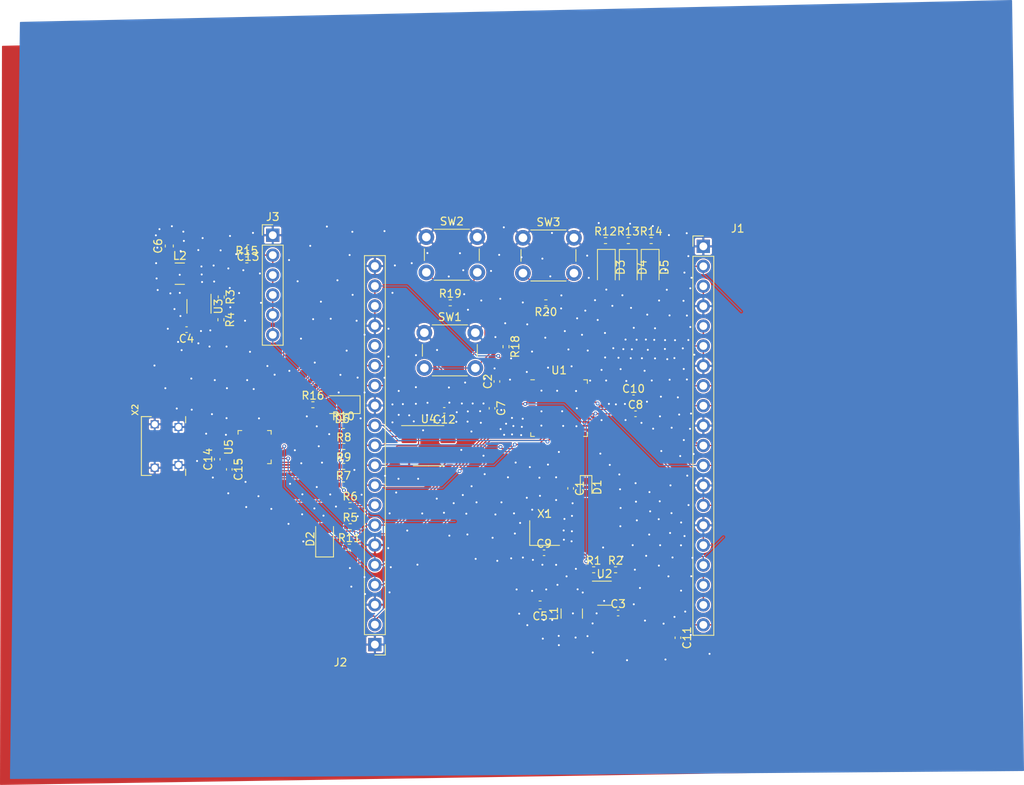
<source format=kicad_pcb>
(kicad_pcb (version 20171130) (host pcbnew 5.99.0+really5.1.12+dfsg1-1)
  (layers (0 F.Cu signal) (31 B.Cu signal) (34 B.Paste user) (35 F.Paste user) (36 B.SilkS user) (37 F.SilkS user) (38 B.Mask user) (39 F.Mask user) (44 Edge.Cuts user))
  (net 0 "")
  (net 1 GND)
  (net 2 +3V3)
  (net 3 +1V2)
  (net 4 "Net-(D1-Pad1)")
  (net 5 cdone)
  (net 6 "Net-(D2-Pad1)")
  (net 7 l3)
  (net 8 "Net-(D3-Pad1)")
  (net 9 l2)
  (net 10 "Net-(D4-Pad1)")
  (net 11 l1)
  (net 12 "Net-(D5-Pad1)")
  (net 13 d7)
  (net 14 d6)
  (net 15 d5)
  (net 16 d4)
  (net 17 d3)
  (net 18 d2)
  (net 19 d1)
  (net 20 d0)
  (net 21 ce)
  (net 22 cle)
  (net 23 we)
  (net 24 re)
  (net 25 ale)
  (net 26 b2)
  (net 27 a2)
  (net 28 b1)
  (net 29 a1)
  (net 30 ss)
  (net 31 miso)
  (net 32 sck)
  (net 33 mosi)
  (net 34 creset)
  (net 35 fpga_rx)
  (net 36 fpga_tx)
  (net 37 "Net-(L1-Pad2)")
  (net 38 "Net-(R1-Pad2)")
  (net 39 "Net-(U1-Pad21)")
  (net 40 clk)
  (net 41 "Net-(U1-Pad13)")
  (net 42 "Net-(U1-Pad12)")
  (net 43 "Net-(U1-Pad11)")
  (net 44 "Net-(U1-Pad23)")
  (net 45 "Net-(U1-Pad10)")
  (net 46 "Net-(U1-Pad9)")
  (net 47 "Net-(U1-Pad6)")
  (net 48 +5V)
  (net 49 swd_rst)
  (net 50 "Net-(D6-Pad2)")
  (net 51 swd_clk)
  (net 52 swd_io)
  (net 53 "Net-(L2-Pad2)")
  (net 54 "Net-(R3-Pad2)")
  (net 55 led_mcu)
  (net 56 "Net-(U4-Pad7)")
  (net 57 "Net-(U4-Pad3)")
  (net 58 "Net-(U5-Pad22)")
  (net 59 "Net-(U5-Pad21)")
  (net 60 "Net-(U5-Pad17)")
  (net 61 "Net-(U5-Pad14)")
  (net 62 "Net-(U5-Pad10)")
  (net 63 "Net-(U5-Pad9)")
  (net 64 "Net-(X2-PadID)")
  (net 65 btn1)
  (net 66 btn2)
  (net 67 btn3)
  (net 68 "Net-(J2-Pad16)")
  (net 69 "Net-(U1-Pad47)")
  (module Button_Switch_THT:SW_PUSH_6mm_H8mm (layer F.Cu) (at 107.06 82.14)
    (fp_text reference SW3 (at 3.25 -2) (layer F.SilkS))
    (fp_text value SW_Push)
    (pad 1 thru_hole circle (at 6.5 0 90) (size 2 2) (drill 1.1) (layers *.Cu *.Mask) (net 1 GND))
    (pad 2 thru_hole circle (at 6.5 4.5 90) (size 2 2) (drill 1.1) (layers *.Cu *.Mask) (net 67 btn3))
    (pad 1 thru_hole circle (at 0 0 90) (size 2 2) (drill 1.1) (layers *.Cu *.Mask) (net 1 GND))
    (pad 2 thru_hole circle (at 0 4.5 90) (size 2 2) (drill 1.1) (layers *.Cu *.Mask) (net 67 btn3))
  )
  (module Button_Switch_THT:SW_PUSH_6mm_H8mm (layer F.Cu) (at 94.742 82.042)
    (fp_text reference SW2 (at 3.25 -2) (layer F.SilkS))
    (fp_text value SW_Push)
    (pad 1 thru_hole circle (at 6.5 0 90) (size 2 2) (drill 1.1) (layers *.Cu *.Mask) (net 1 GND))
    (pad 2 thru_hole circle (at 6.5 4.5 90) (size 2 2) (drill 1.1) (layers *.Cu *.Mask) (net 66 btn2))
    (pad 1 thru_hole circle (at 0 0 90) (size 2 2) (drill 1.1) (layers *.Cu *.Mask) (net 1 GND))
    (pad 2 thru_hole circle (at 0 4.5 90) (size 2 2) (drill 1.1) (layers *.Cu *.Mask) (net 66 btn2))
  )
  (module Button_Switch_THT:SW_PUSH_6mm_H8mm (layer F.Cu) (at 94.488 94.234)
    (fp_text reference SW1 (at 3.25 -2) (layer F.SilkS))
    (fp_text value SW_Push)
    (pad 1 thru_hole circle (at 6.5 0 90) (size 2 2) (drill 1.1) (layers *.Cu *.Mask) (net 1 GND))
    (pad 2 thru_hole circle (at 6.5 4.5 90) (size 2 2) (drill 1.1) (layers *.Cu *.Mask) (net 65 btn1))
    (pad 1 thru_hole circle (at 0 0 90) (size 2 2) (drill 1.1) (layers *.Cu *.Mask) (net 1 GND))
    (pad 2 thru_hole circle (at 0 4.5 90) (size 2 2) (drill 1.1) (layers *.Cu *.Mask) (net 65 btn1))
  )
  (module Resistor_SMD:R_0402_1005Metric (layer F.Cu) (at 109.982 90.424 180)
    (fp_text reference R20 (at 0 -1.17) (layer F.SilkS))
    (fp_text value R)
    (pad 2 smd roundrect (at 0.51 0 180) (size 0.54 0.64) (layers F.Cu F.Paste F.Mask) (net 67 btn3))
    (pad 1 smd roundrect (at -0.51 0 180) (size 0.54 0.64) (layers F.Cu F.Paste F.Mask) (net 2 +3V3))
  )
  (module Resistor_SMD:R_0402_1005Metric (layer F.Cu) (at 97.79 90.424)
    (fp_text reference R19 (at 0 -1.17) (layer F.SilkS))
    (fp_text value R)
    (pad 2 smd roundrect (at 0.51 0) (size 0.54 0.64) (layers F.Cu F.Paste F.Mask) (net 66 btn2))
    (pad 1 smd roundrect (at -0.51 0) (size 0.54 0.64) (layers F.Cu F.Paste F.Mask) (net 2 +3V3))
  )
  (module Resistor_SMD:R_0402_1005Metric (layer F.Cu) (at 104.902 96.012 270)
    (fp_text reference R18 (at 0 -1.17 90) (layer F.SilkS))
    (fp_text value R)
    (pad 2 smd roundrect (at 0.51 0 270) (size 0.54 0.64) (layers F.Cu F.Paste F.Mask) (net 65 btn1))
    (pad 1 smd roundrect (at -0.51 0 270) (size 0.54 0.64) (layers F.Cu F.Paste F.Mask) (net 2 +3V3))
  )
  (module Capacitor_SMD:C_0402_1005Metric (layer F.Cu) (at 126.82 133.13 270)
    (fp_text reference C11 (at 0 -1.16 90) (layer F.SilkS))
    (fp_text value 0.1uF)
    (pad 2 smd roundrect (at 0.48 0 270) (size 0.56 0.62) (layers F.Cu F.Paste F.Mask) (net 1 GND))
    (pad 1 smd roundrect (at -0.48 0 270) (size 0.56 0.62) (layers F.Cu F.Paste F.Mask) (net 2 +3V3))
  )
  (module Capacitor_SMD:C_0402_1005Metric (layer F.Cu) (at 97.028 104.14 180)
    (fp_text reference C12 (at 0 -1.16) (layer F.SilkS))
    (fp_text value 0.1uF)
    (pad 2 smd roundrect (at 0.48 0 180) (size 0.56 0.62) (layers F.Cu F.Paste F.Mask) (net 1 GND))
    (pad 1 smd roundrect (at -0.48 0 180) (size 0.56 0.62) (layers F.Cu F.Paste F.Mask) (net 2 +3V3))
  )
  (module Connector_PinHeader_2.54mm:PinHeader_1x20_P2.54mm_Vertical (layer F.Cu) (at 88.18 133.998 180)
    (fp_text reference J2 (at 4.385 -2.27) (layer F.SilkS))
    (fp_text value Conn_01x20_Female)
    (pad 20 thru_hole oval (at 0 48.26 180) (size 1.7 1.7) (drill 1) (layers *.Cu *.Mask) (net 1 GND))
    (pad 19 thru_hole oval (at 0 45.72 180) (size 1.7 1.7) (drill 1) (layers *.Cu *.Mask) (net 26 b2))
    (pad 18 thru_hole oval (at 0 43.18 180) (size 1.7 1.7) (drill 1) (layers *.Cu *.Mask) (net 27 a2))
    (pad 17 thru_hole oval (at 0 40.64 180) (size 1.7 1.7) (drill 1) (layers *.Cu *.Mask) (net 1 GND))
    (pad 16 thru_hole oval (at 0 38.1 180) (size 1.7 1.7) (drill 1) (layers *.Cu *.Mask) (net 68 "Net-(J2-Pad16)"))
    (pad 15 thru_hole oval (at 0 35.56 180) (size 1.7 1.7) (drill 1) (layers *.Cu *.Mask) (net 28 b1))
    (pad 14 thru_hole oval (at 0 33.02 180) (size 1.7 1.7) (drill 1) (layers *.Cu *.Mask) (net 29 a1))
    (pad 13 thru_hole oval (at 0 30.48 180) (size 1.7 1.7) (drill 1) (layers *.Cu *.Mask) (net 1 GND))
    (pad 12 thru_hole oval (at 0 27.94 180) (size 1.7 1.7) (drill 1) (layers *.Cu *.Mask) (net 30 ss))
    (pad 11 thru_hole oval (at 0 25.4 180) (size 1.7 1.7) (drill 1) (layers *.Cu *.Mask) (net 31 miso))
    (pad 10 thru_hole oval (at 0 22.86 180) (size 1.7 1.7) (drill 1) (layers *.Cu *.Mask) (net 32 sck))
    (pad 9 thru_hole oval (at 0 20.32 180) (size 1.7 1.7) (drill 1) (layers *.Cu *.Mask) (net 33 mosi))
    (pad 8 thru_hole oval (at 0 17.78 180) (size 1.7 1.7) (drill 1) (layers *.Cu *.Mask) (net 34 creset))
    (pad 7 thru_hole oval (at 0 15.24 180) (size 1.7 1.7) (drill 1) (layers *.Cu *.Mask) (net 5 cdone))
    (pad 6 thru_hole oval (at 0 12.7 180) (size 1.7 1.7) (drill 1) (layers *.Cu *.Mask) (net 1 GND))
    (pad 5 thru_hole oval (at 0 10.16 180) (size 1.7 1.7) (drill 1) (layers *.Cu *.Mask) (net 35 fpga_rx))
    (pad 4 thru_hole oval (at 0 7.62 180) (size 1.7 1.7) (drill 1) (layers *.Cu *.Mask) (net 36 fpga_tx))
    (pad 3 thru_hole oval (at 0 5.08 180) (size 1.7 1.7) (drill 1) (layers *.Cu *.Mask) (net 1 GND))
    (pad 2 thru_hole oval (at 0 2.54 180) (size 1.7 1.7) (drill 1) (layers *.Cu *.Mask) (net 2 +3V3))
    (pad 1 thru_hole rect (at 0 0 180) (size 1.7 1.7) (drill 1) (layers *.Cu *.Mask) (net 1 GND))
  )
  (module Connector_PinHeader_2.54mm:PinHeader_1x20_P2.54mm_Vertical (layer F.Cu) (at 130.058 83.224)
    (fp_text reference J1 (at 4.385 -2.27) (layer F.SilkS))
    (fp_text value Conn_01x20_Male)
    (pad 20 thru_hole oval (at 0 48.26) (size 1.7 1.7) (drill 1) (layers *.Cu *.Mask) (net 2 +3V3))
    (pad 19 thru_hole oval (at 0 45.72) (size 1.7 1.7) (drill 1) (layers *.Cu *.Mask) (net 25 ale))
    (pad 18 thru_hole oval (at 0 43.18) (size 1.7 1.7) (drill 1) (layers *.Cu *.Mask) (net 24 re))
    (pad 17 thru_hole oval (at 0 40.64) (size 1.7 1.7) (drill 1) (layers *.Cu *.Mask) (net 23 we))
    (pad 16 thru_hole oval (at 0 38.1) (size 1.7 1.7) (drill 1) (layers *.Cu *.Mask) (net 22 cle))
    (pad 15 thru_hole oval (at 0 35.56) (size 1.7 1.7) (drill 1) (layers *.Cu *.Mask) (net 1 GND))
    (pad 14 thru_hole oval (at 0 33.02) (size 1.7 1.7) (drill 1) (layers *.Cu *.Mask) (net 21 ce))
    (pad 13 thru_hole oval (at 0 30.48) (size 1.7 1.7) (drill 1) (layers *.Cu *.Mask) (net 1 GND))
    (pad 12 thru_hole oval (at 0 27.94) (size 1.7 1.7) (drill 1) (layers *.Cu *.Mask) (net 20 d0))
    (pad 11 thru_hole oval (at 0 25.4) (size 1.7 1.7) (drill 1) (layers *.Cu *.Mask) (net 19 d1))
    (pad 10 thru_hole oval (at 0 22.86) (size 1.7 1.7) (drill 1) (layers *.Cu *.Mask) (net 1 GND))
    (pad 9 thru_hole oval (at 0 20.32) (size 1.7 1.7) (drill 1) (layers *.Cu *.Mask) (net 18 d2))
    (pad 8 thru_hole oval (at 0 17.78) (size 1.7 1.7) (drill 1) (layers *.Cu *.Mask) (net 17 d3))
    (pad 7 thru_hole oval (at 0 15.24) (size 1.7 1.7) (drill 1) (layers *.Cu *.Mask) (net 1 GND))
    (pad 6 thru_hole oval (at 0 12.7) (size 1.7 1.7) (drill 1) (layers *.Cu *.Mask) (net 16 d4))
    (pad 5 thru_hole oval (at 0 10.16) (size 1.7 1.7) (drill 1) (layers *.Cu *.Mask) (net 15 d5))
    (pad 4 thru_hole oval (at 0 7.62) (size 1.7 1.7) (drill 1) (layers *.Cu *.Mask) (net 1 GND))
    (pad 3 thru_hole oval (at 0 5.08) (size 1.7 1.7) (drill 1) (layers *.Cu *.Mask) (net 14 d6))
    (pad 2 thru_hole oval (at 0 2.54) (size 1.7 1.7) (drill 1) (layers *.Cu *.Mask) (net 13 d7))
    (pad 1 thru_hole rect (at 0 0) (size 1.7 1.7) (drill 1) (layers *.Cu *.Mask) (net 1 GND))
  )
  (module kifootp:FCI_10103594_MILL (layer F.Cu) (at 58.41 108.68 270)
    (fp_text reference X2 (at -3.794 1.2419 270) (layer F.SilkS) (effects (font (size 0.77216 0.77216) (thickness 0.138988)) (justify left top)))
    (fp_text value USBFCI_10103594_MILL)
    (pad SPRT@4 thru_hole rect (at 2.4257 -4.729987 270) (size 1.016 1.016) (drill 0.8001) (layers *.Cu *.Mask) (net 1 GND))
    (pad SPRT@3 thru_hole rect (at -2.4257 -4.729987 270) (size 1.016 1.016) (drill 0.8001) (layers *.Cu *.Mask) (net 1 GND))
    (pad SPRT@2 thru_hole rect (at 2.77495 -1.700021 270) (size 1.016 1.016) (drill 0.8001) (layers *.Cu *.Mask) (net 1 GND))
    (pad SPRT@1 thru_hole rect (at -2.77495 -1.700021 270) (size 1.016 1.016) (drill 0.8001) (layers *.Cu *.Mask) (net 1 GND))
    (pad VBUS smd rect (at -1.3 -4.525 270) (size 0.4 1.75) (layers F.Cu F.Paste F.Mask) (net 48 +5V))
    (pad GND smd rect (at 1.3 -4.525 270) (size 0.4 1.75) (layers F.Cu F.Paste F.Mask) (net 1 GND))
    (pad D- smd rect (at -0.650012 -4.525 270) (size 0.4 1.75) (layers F.Cu F.Paste F.Mask) (net 59 "Net-(U5-Pad21)"))
    (pad ID smd rect (at 0.650012 -4.525 270) (size 0.4 1.75) (layers F.Cu F.Paste F.Mask) (net 64 "Net-(X2-PadID)"))
    (pad D+ smd rect (at 0 -4.525 270) (size 0.4 1.75) (layers F.Cu F.Paste F.Mask) (net 58 "Net-(U5-Pad22)"))
    (pad BASE@1 smd rect (at -0.9625 -1.45) (size 2.499993 1.42494) (layers F.Cu F.Paste F.Mask) (net 1 GND))
    (pad BASE@2 smd rect (at 0.9625 -1.45) (size 2.499993 1.42494) (layers F.Cu F.Paste F.Mask) (net 1 GND))
  )
  (module Package_DFN_QFN:QFN-24-1EP_4x4mm_P0.5mm_EP2.6x2.6mm (layer F.Cu) (at 72.85 108.82 90)
    (fp_text reference U5 (at 0 -3.3 90) (layer F.SilkS))
    (fp_text value ATSAMD11D14A-M)
    (pad 25 smd rect (at 0 0 90) (size 2.6 2.6) (layers F.Cu F.Mask))
    (pad 24 smd roundrect (at -1.25 -1.9375 90) (size 0.25 0.825) (layers F.Cu F.Paste F.Mask) (net 2 +3V3))
    (pad 23 smd roundrect (at -0.75 -1.9375 90) (size 0.25 0.825) (layers F.Cu F.Paste F.Mask) (net 1 GND))
    (pad 22 smd roundrect (at -0.25 -1.9375 90) (size 0.25 0.825) (layers F.Cu F.Paste F.Mask) (net 58 "Net-(U5-Pad22)"))
    (pad 21 smd roundrect (at 0.25 -1.9375 90) (size 0.25 0.825) (layers F.Cu F.Paste F.Mask) (net 59 "Net-(U5-Pad21)"))
    (pad 20 smd roundrect (at 0.75 -1.9375 90) (size 0.25 0.825) (layers F.Cu F.Paste F.Mask) (net 52 swd_io))
    (pad 19 smd roundrect (at 1.25 -1.9375 90) (size 0.25 0.825) (layers F.Cu F.Paste F.Mask) (net 51 swd_clk))
    (pad 18 smd roundrect (at 1.9375 -1.25 90) (size 0.825 0.25) (layers F.Cu F.Paste F.Mask) (net 49 swd_rst))
    (pad 17 smd roundrect (at 1.9375 -0.75 90) (size 0.825 0.25) (layers F.Cu F.Paste F.Mask) (net 60 "Net-(U5-Pad17)"))
    (pad 16 smd roundrect (at 1.9375 -0.25 90) (size 0.825 0.25) (layers F.Cu F.Paste F.Mask) (net 26 b2))
    (pad 15 smd roundrect (at 1.9375 0.25 90) (size 0.825 0.25) (layers F.Cu F.Paste F.Mask) (net 27 a2))
    (pad 14 smd roundrect (at 1.9375 0.75 90) (size 0.825 0.25) (layers F.Cu F.Paste F.Mask) (net 61 "Net-(U5-Pad14)"))
    (pad 13 smd roundrect (at 1.9375 1.25 90) (size 0.825 0.25) (layers F.Cu F.Paste F.Mask) (net 28 b1))
    (pad 12 smd roundrect (at 1.25 1.9375 90) (size 0.25 0.825) (layers F.Cu F.Paste F.Mask) (net 29 a1))
    (pad 11 smd roundrect (at 0.75 1.9375 90) (size 0.25 0.825) (layers F.Cu F.Paste F.Mask) (net 55 led_mcu))
    (pad 10 smd roundrect (at 0.25 1.9375 90) (size 0.25 0.825) (layers F.Cu F.Paste F.Mask) (net 62 "Net-(U5-Pad10)"))
    (pad 9 smd roundrect (at -0.25 1.9375 90) (size 0.25 0.825) (layers F.Cu F.Paste F.Mask) (net 63 "Net-(U5-Pad9)"))
    (pad 8 smd roundrect (at -0.75 1.9375 90) (size 0.25 0.825) (layers F.Cu F.Paste F.Mask) (net 36 fpga_tx))
    (pad 7 smd roundrect (at -1.25 1.9375 90) (size 0.25 0.825) (layers F.Cu F.Paste F.Mask) (net 35 fpga_rx))
    (pad 6 smd roundrect (at -1.9375 1.25 90) (size 0.825 0.25) (layers F.Cu F.Paste F.Mask) (net 30 ss))
    (pad 5 smd roundrect (at -1.9375 0.75 90) (size 0.825 0.25) (layers F.Cu F.Paste F.Mask) (net 31 miso))
    (pad 4 smd roundrect (at -1.9375 0.25 90) (size 0.825 0.25) (layers F.Cu F.Paste F.Mask) (net 32 sck))
    (pad 3 smd roundrect (at -1.9375 -0.25 90) (size 0.825 0.25) (layers F.Cu F.Paste F.Mask) (net 33 mosi))
    (pad 2 smd roundrect (at -1.9375 -0.75 90) (size 0.825 0.25) (layers F.Cu F.Paste F.Mask) (net 34 creset))
    (pad 1 smd roundrect (at -1.9375 -1.25 90) (size 0.825 0.25) (layers F.Cu F.Paste F.Mask) (net 5 cdone))
  )
  (module Package_TO_SOT_SMD:TSOT-23-5 (layer F.Cu) (at 65.78 90.878 270)
    (fp_text reference U3 (at 0 -2.45 90) (layer F.SilkS))
    (fp_text value LTC3406ES5)
    (pad 5 smd rect (at 1.31 -0.95 270) (size 1.22 0.65) (layers F.Cu F.Paste F.Mask) (net 54 "Net-(R3-Pad2)"))
    (pad 4 smd rect (at 1.31 0.95 270) (size 1.22 0.65) (layers F.Cu F.Paste F.Mask) (net 48 +5V))
    (pad 3 smd rect (at -1.31 0.95 270) (size 1.22 0.65) (layers F.Cu F.Paste F.Mask) (net 53 "Net-(L2-Pad2)"))
    (pad 2 smd rect (at -1.31 0 270) (size 1.22 0.65) (layers F.Cu F.Paste F.Mask) (net 1 GND))
    (pad 1 smd rect (at -1.31 -0.95 270) (size 1.22 0.65) (layers F.Cu F.Paste F.Mask) (net 48 +5V))
  )
  (module Resistor_SMD:R_0402_1005Metric (layer F.Cu) (at 80.28 103.42)
    (fp_text reference R16 (at 0 -1.17) (layer F.SilkS))
    (fp_text value 10kOhm)
    (pad 2 smd roundrect (at 0.51 0) (size 0.54 0.64) (layers F.Cu F.Paste F.Mask) (net 50 "Net-(D6-Pad2)"))
    (pad 1 smd roundrect (at -0.51 0) (size 0.54 0.64) (layers F.Cu F.Paste F.Mask) (net 55 led_mcu))
  )
  (module Resistor_SMD:R_0402_1005Metric (layer F.Cu) (at 71.85 84.95)
    (fp_text reference R15 (at 0 -1.17) (layer F.SilkS))
    (fp_text value 10kOhm)
    (pad 2 smd roundrect (at 0.51 0) (size 0.54 0.64) (layers F.Cu F.Paste F.Mask) (net 49 swd_rst))
    (pad 1 smd roundrect (at -0.51 0) (size 0.54 0.64) (layers F.Cu F.Paste F.Mask) (net 2 +3V3))
  )
  (module Resistor_SMD:R_0402_1005Metric (layer F.Cu) (at 68.55 92.58 270)
    (fp_text reference R4 (at 0 -1.17 90) (layer F.SilkS))
    (fp_text value 100kOhm)
    (pad 2 smd roundrect (at 0.51 0 270) (size 0.54 0.64) (layers F.Cu F.Paste F.Mask) (net 1 GND))
    (pad 1 smd roundrect (at -0.51 0 270) (size 0.54 0.64) (layers F.Cu F.Paste F.Mask) (net 54 "Net-(R3-Pad2)"))
  )
  (module Resistor_SMD:R_0402_1005Metric (layer F.Cu) (at 68.59 89.68 270)
    (fp_text reference R3 (at 0 -1.17 90) (layer F.SilkS))
    (fp_text value 450kOhm)
    (pad 2 smd roundrect (at 0.51 0 270) (size 0.54 0.64) (layers F.Cu F.Paste F.Mask) (net 54 "Net-(R3-Pad2)"))
    (pad 1 smd roundrect (at -0.51 0 270) (size 0.54 0.64) (layers F.Cu F.Paste F.Mask) (net 2 +3V3))
  )
  (module Inductor_SMD:L_1210_3225Metric (layer F.Cu) (at 63.31 86.71)
    (fp_text reference L2 (at 0 -2.28) (layer F.SilkS))
    (fp_text value L)
    (pad 2 smd roundrect (at 1.4 0) (size 1.25 2.65) (layers F.Cu F.Paste F.Mask) (roundrect_rratio 0.2) (net 53 "Net-(L2-Pad2)"))
    (pad 1 smd roundrect (at -1.4 0) (size 1.25 2.65) (layers F.Cu F.Paste F.Mask) (roundrect_rratio 0.2) (net 2 +3V3))
  )
  (module Connector_PinHeader_2.54mm:PinHeader_1x06_P2.54mm_Vertical (layer F.Cu) (at 75.16 81.8)
    (fp_text reference J3 (at 0 -2.33) (layer F.SilkS))
    (fp_text value Conn_01x06_Male)
    (pad 6 thru_hole oval (at 0 12.7) (size 1.7 1.7) (drill 1) (layers *.Cu *.Mask) (net 2 +3V3))
    (pad 5 thru_hole oval (at 0 10.16) (size 1.7 1.7) (drill 1) (layers *.Cu *.Mask) (net 2 +3V3))
    (pad 4 thru_hole oval (at 0 7.62) (size 1.7 1.7) (drill 1) (layers *.Cu *.Mask) (net 51 swd_clk))
    (pad 3 thru_hole oval (at 0 5.08) (size 1.7 1.7) (drill 1) (layers *.Cu *.Mask) (net 52 swd_io))
    (pad 2 thru_hole oval (at 0 2.54) (size 1.7 1.7) (drill 1) (layers *.Cu *.Mask) (net 49 swd_rst))
    (pad 1 thru_hole rect (at 0 0) (size 1.7 1.7) (drill 1) (layers *.Cu *.Mask) (net 1 GND))
  )
  (module LED_SMD:LED_1206_3216Metric (layer F.Cu) (at 84.01 103.41 180)
    (fp_text reference D6 (at 0 -1.82) (layer F.SilkS))
    (fp_text value LED)
    (pad 2 smd roundrect (at 1.4 0 180) (size 1.25 1.75) (layers F.Cu F.Paste F.Mask) (roundrect_rratio 0.2) (net 50 "Net-(D6-Pad2)"))
    (pad 1 smd roundrect (at -1.4 0 180) (size 1.25 1.75) (layers F.Cu F.Paste F.Mask) (roundrect_rratio 0.2) (net 1 GND))
  )
  (module Capacitor_SMD:C_0402_1005Metric (layer F.Cu) (at 69.62 111.66 270)
    (fp_text reference C15 (at 0 -1.16 90) (layer F.SilkS))
    (fp_text value 0.1uF)
    (pad 2 smd roundrect (at 0.48 0 270) (size 0.56 0.62) (layers F.Cu F.Paste F.Mask) (net 1 GND))
    (pad 1 smd roundrect (at -0.48 0 270) (size 0.56 0.62) (layers F.Cu F.Paste F.Mask) (net 2 +3V3))
  )
  (module Capacitor_SMD:C_0402_1005Metric (layer F.Cu) (at 68.08 110.37 90)
    (fp_text reference C14 (at 0 -1.16 90) (layer F.SilkS))
    (fp_text value 4.7uF)
    (pad 2 smd roundrect (at 0.48 0 90) (size 0.56 0.62) (layers F.Cu F.Paste F.Mask) (net 1 GND))
    (pad 1 smd roundrect (at -0.48 0 90) (size 0.56 0.62) (layers F.Cu F.Paste F.Mask) (net 2 +3V3))
  )
  (module Capacitor_SMD:C_0402_1005Metric (layer F.Cu) (at 72 83.39 180)
    (fp_text reference C13 (at 0 -1.16) (layer F.SilkS))
    (fp_text value 0.1uF)
    (pad 2 smd roundrect (at 0.48 0 180) (size 0.56 0.62) (layers F.Cu F.Paste F.Mask) (net 1 GND))
    (pad 1 smd roundrect (at -0.48 0 180) (size 0.56 0.62) (layers F.Cu F.Paste F.Mask) (net 49 swd_rst))
  )
  (module Capacitor_SMD:C_0603_1608Metric (layer F.Cu) (at 61.97 83.18 90)
    (fp_text reference C6 (at 0 -1.43 90) (layer F.SilkS))
    (fp_text value 10uF)
    (pad 2 smd roundrect (at 0.775 0 90) (size 0.9 0.95) (layers F.Cu F.Paste F.Mask) (net 1 GND))
    (pad 1 smd roundrect (at -0.775 0 90) (size 0.9 0.95) (layers F.Cu F.Paste F.Mask) (net 2 +3V3))
  )
  (module Capacitor_SMD:C_0402_1005Metric (layer F.Cu) (at 64.17 93.84 180)
    (fp_text reference C4 (at 0 -1.16) (layer F.SilkS))
    (fp_text value 4.7uF)
    (pad 2 smd roundrect (at 0.48 0 180) (size 0.56 0.62) (layers F.Cu F.Paste F.Mask) (net 1 GND))
    (pad 1 smd roundrect (at -0.48 0 180) (size 0.56 0.62) (layers F.Cu F.Paste F.Mask) (net 48 +5V))
  )
  (module Oscillator:Oscillator_SMD_Abracon_ASE-4Pin_3.2x2.5mm (layer F.Cu) (at 109.824 119.774)
    (fp_text reference X1 (at 0 -2.45) (layer F.SilkS))
    (fp_text value ASE-xxxMHz)
    (pad 4 smd rect (at -1.05 -0.825) (size 1.3 1.1) (layers F.Cu F.Paste F.Mask) (net 2 +3V3))
    (pad 3 smd rect (at 1.05 -0.825) (size 1.3 1.1) (layers F.Cu F.Paste F.Mask) (net 40 clk))
    (pad 2 smd rect (at 1.05 0.825) (size 1.3 1.1) (layers F.Cu F.Paste F.Mask) (net 1 GND))
    (pad 1 smd rect (at -1.05 0.825) (size 1.3 1.1) (layers F.Cu F.Paste F.Mask) (net 2 +3V3))
  )
  (module Package_SO:SOIC-8_3.9x4.9mm_P1.27mm (layer F.Cu) (at 95.028 108.644)
    (fp_text reference U4 (at 0 -3.4) (layer F.SilkS))
    (fp_text value AT25SF081-SSHD-X)
    (pad 8 smd roundrect (at 2.475 -1.905) (size 1.95 0.6) (layers F.Cu F.Paste F.Mask) (net 2 +3V3))
    (pad 7 smd roundrect (at 2.475 -0.635) (size 1.95 0.6) (layers F.Cu F.Paste F.Mask) (net 56 "Net-(U4-Pad7)"))
    (pad 6 smd roundrect (at 2.475 0.635) (size 1.95 0.6) (layers F.Cu F.Paste F.Mask) (net 32 sck))
    (pad 5 smd roundrect (at 2.475 1.905) (size 1.95 0.6) (layers F.Cu F.Paste F.Mask) (net 33 mosi))
    (pad 4 smd roundrect (at -2.475 1.905) (size 1.95 0.6) (layers F.Cu F.Paste F.Mask) (net 1 GND))
    (pad 3 smd roundrect (at -2.475 0.635) (size 1.95 0.6) (layers F.Cu F.Paste F.Mask) (net 57 "Net-(U4-Pad3)"))
    (pad 2 smd roundrect (at -2.475 -0.635) (size 1.95 0.6) (layers F.Cu F.Paste F.Mask) (net 31 miso))
    (pad 1 smd roundrect (at -2.475 -1.905) (size 1.95 0.6) (layers F.Cu F.Paste F.Mask) (net 30 ss))
  )
  (module Package_TO_SOT_SMD:TSOT-23-5 (layer F.Cu) (at 117.458 127.42)
    (fp_text reference U2 (at 0 -2.45) (layer F.SilkS))
    (fp_text value LTC3406ES5)
    (pad 5 smd rect (at 1.31 -0.95) (size 1.22 0.65) (layers F.Cu F.Paste F.Mask) (net 38 "Net-(R1-Pad2)"))
    (pad 4 smd rect (at 1.31 0.95) (size 1.22 0.65) (layers F.Cu F.Paste F.Mask) (net 2 +3V3))
    (pad 3 smd rect (at -1.31 0.95) (size 1.22 0.65) (layers F.Cu F.Paste F.Mask) (net 37 "Net-(L1-Pad2)"))
    (pad 2 smd rect (at -1.31 0) (size 1.22 0.65) (layers F.Cu F.Paste F.Mask) (net 1 GND))
    (pad 1 smd rect (at -1.31 -0.95) (size 1.22 0.65) (layers F.Cu F.Paste F.Mask) (net 2 +3V3))
  )
  (module Package_DFN_QFN:QFN-48-1EP_7x7mm_P0.5mm_EP5.6x5.6mm (layer F.Cu) (at 111.664 103.844)
    (fp_text reference U1 (at 0 -4.82) (layer F.SilkS))
    (fp_text value ICE40UP5K-SG48ITR)
    (pad 49 smd rect (at 0 0) (size 5.6 5.6) (layers F.Cu F.Mask) (net 1 GND))
    (pad 48 smd roundrect (at -2.75 -3.4375) (size 0.25 0.875) (layers F.Cu F.Paste F.Mask) (net 26 b2))
    (pad 47 smd roundrect (at -2.25 -3.4375) (size 0.25 0.875) (layers F.Cu F.Paste F.Mask) (net 69 "Net-(U1-Pad47)"))
    (pad 46 smd roundrect (at -1.75 -3.4375) (size 0.25 0.875) (layers F.Cu F.Paste F.Mask) (net 65 btn1))
    (pad 45 smd roundrect (at -1.25 -3.4375) (size 0.25 0.875) (layers F.Cu F.Paste F.Mask) (net 66 btn2))
    (pad 44 smd roundrect (at -0.75 -3.4375) (size 0.25 0.875) (layers F.Cu F.Paste F.Mask) (net 67 btn3))
    (pad 43 smd roundrect (at -0.25 -3.4375) (size 0.25 0.875) (layers F.Cu F.Paste F.Mask) (net 7 l3))
    (pad 42 smd roundrect (at 0.25 -3.4375) (size 0.25 0.875) (layers F.Cu F.Paste F.Mask) (net 9 l2))
    (pad 41 smd roundrect (at 0.75 -3.4375) (size 0.25 0.875) (layers F.Cu F.Paste F.Mask) (net 11 l1))
    (pad 40 smd roundrect (at 1.25 -3.4375) (size 0.25 0.875) (layers F.Cu F.Paste F.Mask) (net 13 d7))
    (pad 39 smd roundrect (at 1.75 -3.4375) (size 0.25 0.875) (layers F.Cu F.Paste F.Mask) (net 14 d6))
    (pad 38 smd roundrect (at 2.25 -3.4375) (size 0.25 0.875) (layers F.Cu F.Paste F.Mask) (net 15 d5))
    (pad 37 smd roundrect (at 2.75 -3.4375) (size 0.25 0.875) (layers F.Cu F.Paste F.Mask) (net 16 d4))
    (pad 36 smd roundrect (at 3.4375 -2.75) (size 0.875 0.25) (layers F.Cu F.Paste F.Mask) (net 17 d3))
    (pad 35 smd roundrect (at 3.4375 -2.25) (size 0.875 0.25) (layers F.Cu F.Paste F.Mask) (net 18 d2))
    (pad 34 smd roundrect (at 3.4375 -1.75) (size 0.875 0.25) (layers F.Cu F.Paste F.Mask) (net 19 d1))
    (pad 33 smd roundrect (at 3.4375 -1.25) (size 0.875 0.25) (layers F.Cu F.Paste F.Mask) (net 2 +3V3))
    (pad 32 smd roundrect (at 3.4375 -0.75) (size 0.875 0.25) (layers F.Cu F.Paste F.Mask) (net 20 d0))
    (pad 31 smd roundrect (at 3.4375 -0.25) (size 0.875 0.25) (layers F.Cu F.Paste F.Mask) (net 21 ce))
    (pad 30 smd roundrect (at 3.4375 0.25) (size 0.875 0.25) (layers F.Cu F.Paste F.Mask) (net 3 +1V2))
    (pad 29 smd roundrect (at 3.4375 0.75) (size 0.875 0.25) (layers F.Cu F.Paste F.Mask) (net 3 +1V2))
    (pad 28 smd roundrect (at 3.4375 1.25) (size 0.875 0.25) (layers F.Cu F.Paste F.Mask) (net 22 cle))
    (pad 27 smd roundrect (at 3.4375 1.75) (size 0.875 0.25) (layers F.Cu F.Paste F.Mask) (net 23 we))
    (pad 26 smd roundrect (at 3.4375 2.25) (size 0.875 0.25) (layers F.Cu F.Paste F.Mask) (net 24 re))
    (pad 25 smd roundrect (at 3.4375 2.75) (size 0.875 0.25) (layers F.Cu F.Paste F.Mask) (net 25 ale))
    (pad 24 smd roundrect (at 2.75 3.4375) (size 0.25 0.875) (layers F.Cu F.Paste F.Mask) (net 4 "Net-(D1-Pad1)"))
    (pad 23 smd roundrect (at 2.25 3.4375) (size 0.25 0.875) (layers F.Cu F.Paste F.Mask) (net 44 "Net-(U1-Pad23)"))
    (pad 22 smd roundrect (at 1.75 3.4375) (size 0.25 0.875) (layers F.Cu F.Paste F.Mask) (net 2 +3V3))
    (pad 21 smd roundrect (at 1.25 3.4375) (size 0.25 0.875) (layers F.Cu F.Paste F.Mask) (net 39 "Net-(U1-Pad21)"))
    (pad 20 smd roundrect (at 0.75 3.4375) (size 0.25 0.875) (layers F.Cu F.Paste F.Mask) (net 40 clk))
    (pad 19 smd roundrect (at 0.25 3.4375) (size 0.25 0.875) (layers F.Cu F.Paste F.Mask) (net 36 fpga_tx))
    (pad 18 smd roundrect (at -0.25 3.4375) (size 0.25 0.875) (layers F.Cu F.Paste F.Mask) (net 35 fpga_rx))
    (pad 17 smd roundrect (at -0.75 3.4375) (size 0.25 0.875) (layers F.Cu F.Paste F.Mask) (net 31 miso))
    (pad 16 smd roundrect (at -1.25 3.4375) (size 0.25 0.875) (layers F.Cu F.Paste F.Mask) (net 30 ss))
    (pad 15 smd roundrect (at -1.75 3.4375) (size 0.25 0.875) (layers F.Cu F.Paste F.Mask) (net 32 sck))
    (pad 14 smd roundrect (at -2.25 3.4375) (size 0.25 0.875) (layers F.Cu F.Paste F.Mask) (net 33 mosi))
    (pad 13 smd roundrect (at -2.75 3.4375) (size 0.25 0.875) (layers F.Cu F.Paste F.Mask) (net 41 "Net-(U1-Pad13)"))
    (pad 12 smd roundrect (at -3.4375 2.75) (size 0.875 0.25) (layers F.Cu F.Paste F.Mask) (net 42 "Net-(U1-Pad12)"))
    (pad 11 smd roundrect (at -3.4375 2.25) (size 0.875 0.25) (layers F.Cu F.Paste F.Mask) (net 43 "Net-(U1-Pad11)"))
    (pad 10 smd roundrect (at -3.4375 1.75) (size 0.875 0.25) (layers F.Cu F.Paste F.Mask) (net 45 "Net-(U1-Pad10)"))
    (pad 9 smd roundrect (at -3.4375 1.25) (size 0.875 0.25) (layers F.Cu F.Paste F.Mask) (net 46 "Net-(U1-Pad9)"))
    (pad 8 smd roundrect (at -3.4375 0.75) (size 0.875 0.25) (layers F.Cu F.Paste F.Mask) (net 34 creset))
    (pad 7 smd roundrect (at -3.4375 0.25) (size 0.875 0.25) (layers F.Cu F.Paste F.Mask) (net 5 cdone))
    (pad 6 smd roundrect (at -3.4375 -0.25) (size 0.875 0.25) (layers F.Cu F.Paste F.Mask) (net 47 "Net-(U1-Pad6)"))
    (pad 5 smd roundrect (at -3.4375 -0.75) (size 0.875 0.25) (layers F.Cu F.Paste F.Mask) (net 3 +1V2))
    (pad 4 smd roundrect (at -3.4375 -1.25) (size 0.875 0.25) (layers F.Cu F.Paste F.Mask) (net 29 a1))
    (pad 3 smd roundrect (at -3.4375 -1.75) (size 0.875 0.25) (layers F.Cu F.Paste F.Mask) (net 28 b1))
    (pad 2 smd roundrect (at -3.4375 -2.25) (size 0.875 0.25) (layers F.Cu F.Paste F.Mask) (net 27 a2))
    (pad 1 smd roundrect (at -3.4375 -2.75) (size 0.875 0.25) (layers F.Cu F.Paste F.Mask) (net 2 +3V3))
  )
  (module Resistor_SMD:R_0402_1005Metric (layer F.Cu) (at 123.408 82.492)
    (fp_text reference R14 (at 0 -1.17) (layer F.SilkS))
    (fp_text value R)
    (pad 2 smd roundrect (at 0.51 0) (size 0.54 0.64) (layers F.Cu F.Paste F.Mask) (net 1 GND))
    (pad 1 smd roundrect (at -0.51 0) (size 0.54 0.64) (layers F.Cu F.Paste F.Mask) (net 12 "Net-(D5-Pad1)"))
  )
  (module Resistor_SMD:R_0402_1005Metric (layer F.Cu) (at 120.498 82.492)
    (fp_text reference R13 (at 0 -1.17) (layer F.SilkS))
    (fp_text value R)
    (pad 2 smd roundrect (at 0.51 0) (size 0.54 0.64) (layers F.Cu F.Paste F.Mask) (net 1 GND))
    (pad 1 smd roundrect (at -0.51 0) (size 0.54 0.64) (layers F.Cu F.Paste F.Mask) (net 10 "Net-(D4-Pad1)"))
  )
  (module Resistor_SMD:R_0402_1005Metric (layer F.Cu) (at 117.588 82.492)
    (fp_text reference R12 (at 0 -1.17) (layer F.SilkS))
    (fp_text value R)
    (pad 2 smd roundrect (at 0.51 0) (size 0.54 0.64) (layers F.Cu F.Paste F.Mask) (net 1 GND))
    (pad 1 smd roundrect (at -0.51 0) (size 0.54 0.64) (layers F.Cu F.Paste F.Mask) (net 8 "Net-(D3-Pad1)"))
  )
  (module Resistor_SMD:R_0402_1005Metric (layer F.Cu) (at 84.92 121.58)
    (fp_text reference R11 (at 0 -1.17) (layer F.SilkS))
    (fp_text value R)
    (pad 2 smd roundrect (at 0.51 0) (size 0.54 0.64) (layers F.Cu F.Paste F.Mask) (net 1 GND))
    (pad 1 smd roundrect (at -0.51 0) (size 0.54 0.64) (layers F.Cu F.Paste F.Mask) (net 6 "Net-(D2-Pad1)"))
  )
  (module Resistor_SMD:R_0402_1005Metric (layer F.Cu) (at 84.16 106.06)
    (fp_text reference R10 (at 0 -1.17) (layer F.SilkS))
    (fp_text value 100kOhm)
    (pad 2 smd roundrect (at 0.51 0) (size 0.54 0.64) (layers F.Cu F.Paste F.Mask) (net 30 ss))
    (pad 1 smd roundrect (at -0.51 0) (size 0.54 0.64) (layers F.Cu F.Paste F.Mask) (net 2 +3V3))
  )
  (module Resistor_SMD:R_0402_1005Metric (layer F.Cu) (at 84.2 111.28)
    (fp_text reference R9 (at 0 -1.17) (layer F.SilkS))
    (fp_text value 100kOhm)
    (pad 2 smd roundrect (at 0.51 0) (size 0.54 0.64) (layers F.Cu F.Paste F.Mask) (net 32 sck))
    (pad 1 smd roundrect (at -0.51 0) (size 0.54 0.64) (layers F.Cu F.Paste F.Mask) (net 2 +3V3))
  )
  (module Resistor_SMD:R_0402_1005Metric (layer F.Cu) (at 84.22 108.74)
    (fp_text reference R8 (at 0 -1.17) (layer F.SilkS))
    (fp_text value 100kOhm)
    (pad 2 smd roundrect (at 0.51 0) (size 0.54 0.64) (layers F.Cu F.Paste F.Mask) (net 31 miso))
    (pad 1 smd roundrect (at -0.51 0) (size 0.54 0.64) (layers F.Cu F.Paste F.Mask) (net 2 +3V3))
  )
  (module Resistor_SMD:R_0402_1005Metric (layer F.Cu) (at 84.17 113.64)
    (fp_text reference R7 (at 0 -1.17) (layer F.SilkS))
    (fp_text value 100kOhm)
    (pad 2 smd roundrect (at 0.51 0) (size 0.54 0.64) (layers F.Cu F.Paste F.Mask) (net 33 mosi))
    (pad 1 smd roundrect (at -0.51 0) (size 0.54 0.64) (layers F.Cu F.Paste F.Mask) (net 2 +3V3))
  )
  (module Resistor_SMD:R_0402_1005Metric (layer F.Cu) (at 85.03 116.28)
    (fp_text reference R6 (at 0 -1.17) (layer F.SilkS))
    (fp_text value 100kOhm)
    (pad 2 smd roundrect (at 0.51 0) (size 0.54 0.64) (layers F.Cu F.Paste F.Mask) (net 34 creset))
    (pad 1 smd roundrect (at -0.51 0) (size 0.54 0.64) (layers F.Cu F.Paste F.Mask) (net 2 +3V3))
  )
  (module Resistor_SMD:R_0402_1005Metric (layer F.Cu) (at 85.04 118.97)
    (fp_text reference R5 (at 0 -1.17) (layer F.SilkS))
    (fp_text value 100kOhm)
    (pad 2 smd roundrect (at 0.51 0) (size 0.54 0.64) (layers F.Cu F.Paste F.Mask) (net 5 cdone))
    (pad 1 smd roundrect (at -0.51 0) (size 0.54 0.64) (layers F.Cu F.Paste F.Mask) (net 2 +3V3))
  )
  (module Resistor_SMD:R_0402_1005Metric (layer F.Cu) (at 118.872 124.46)
    (fp_text reference R2 (at 0 -1.17) (layer F.SilkS))
    (fp_text value 100kOhm)
    (pad 2 smd roundrect (at 0.51 0) (size 0.54 0.64) (layers F.Cu F.Paste F.Mask) (net 1 GND))
    (pad 1 smd roundrect (at -0.51 0) (size 0.54 0.64) (layers F.Cu F.Paste F.Mask) (net 38 "Net-(R1-Pad2)"))
  )
  (module Resistor_SMD:R_0402_1005Metric (layer F.Cu) (at 116.078 124.46)
    (fp_text reference R1 (at 0 -1.17) (layer F.SilkS))
    (fp_text value 100kOhm)
    (pad 2 smd roundrect (at 0.51 0) (size 0.54 0.64) (layers F.Cu F.Paste F.Mask) (net 38 "Net-(R1-Pad2)"))
    (pad 1 smd roundrect (at -0.51 0) (size 0.54 0.64) (layers F.Cu F.Paste F.Mask) (net 3 +1V2))
  )
  (module Inductor_SMD:L_1210_3225Metric (layer F.Cu) (at 113.284 130.048 90)
    (fp_text reference L1 (at 0 -2.28 90) (layer F.SilkS))
    (fp_text value L)
    (pad 2 smd roundrect (at 1.4 0 90) (size 1.25 2.65) (layers F.Cu F.Paste F.Mask) (roundrect_rratio 0.2) (net 37 "Net-(L1-Pad2)"))
    (pad 1 smd roundrect (at -1.4 0 90) (size 1.25 2.65) (layers F.Cu F.Paste F.Mask) (roundrect_rratio 0.2) (net 3 +1V2))
  )
  (module LED_SMD:LED_1206_3216Metric (layer F.Cu) (at 123.28 85.9 270)
    (fp_text reference D5 (at 0 -1.82 90) (layer F.SilkS))
    (fp_text value LED)
    (pad 2 smd roundrect (at 1.4 0 270) (size 1.25 1.75) (layers F.Cu F.Paste F.Mask) (roundrect_rratio 0.2) (net 11 l1))
    (pad 1 smd roundrect (at -1.4 0 270) (size 1.25 1.75) (layers F.Cu F.Paste F.Mask) (roundrect_rratio 0.2) (net 12 "Net-(D5-Pad1)"))
  )
  (module LED_SMD:LED_1206_3216Metric (layer F.Cu) (at 120.486 85.9 270)
    (fp_text reference D4 (at 0 -1.82 90) (layer F.SilkS))
    (fp_text value LED)
    (pad 2 smd roundrect (at 1.4 0 270) (size 1.25 1.75) (layers F.Cu F.Paste F.Mask) (roundrect_rratio 0.2) (net 9 l2))
    (pad 1 smd roundrect (at -1.4 0 270) (size 1.25 1.75) (layers F.Cu F.Paste F.Mask) (roundrect_rratio 0.2) (net 10 "Net-(D4-Pad1)"))
  )
  (module LED_SMD:LED_1206_3216Metric (layer F.Cu) (at 117.692 85.9 270)
    (fp_text reference D3 (at 0 -1.82 90) (layer F.SilkS))
    (fp_text value LED)
    (pad 2 smd roundrect (at 1.4 0 270) (size 1.25 1.75) (layers F.Cu F.Paste F.Mask) (roundrect_rratio 0.2) (net 7 l3))
    (pad 1 smd roundrect (at -1.4 0 270) (size 1.25 1.75) (layers F.Cu F.Paste F.Mask) (roundrect_rratio 0.2) (net 8 "Net-(D3-Pad1)"))
  )
  (module LED_SMD:LED_1206_3216Metric (layer F.Cu) (at 81.77 120.54 90)
    (fp_text reference D2 (at 0 -1.82 90) (layer F.SilkS))
    (fp_text value LED)
    (pad 2 smd roundrect (at 1.4 0 90) (size 1.25 1.75) (layers F.Cu F.Paste F.Mask) (roundrect_rratio 0.2) (net 5 cdone))
    (pad 1 smd roundrect (at -1.4 0 90) (size 1.25 1.75) (layers F.Cu F.Paste F.Mask) (roundrect_rratio 0.2) (net 6 "Net-(D2-Pad1)"))
  )
  (module Diode_SMD:D_0603_1608Metric (layer F.Cu) (at 115.11 113.94 270)
    (fp_text reference D1 (at 0 -1.43 90) (layer F.SilkS))
    (fp_text value CDBU0520)
    (pad 2 smd roundrect (at 0.7875 0 270) (size 0.875 0.95) (layers F.Cu F.Paste F.Mask) (net 2 +3V3))
    (pad 1 smd roundrect (at -0.7875 0 270) (size 0.875 0.95) (layers F.Cu F.Paste F.Mask) (net 4 "Net-(D1-Pad1)"))
  )
  (module Capacitor_SMD:C_0402_1005Metric (layer F.Cu) (at 103.74 100.45 90)
    (fp_text reference C2 (at 0 -1.16 90) (layer F.SilkS))
    (fp_text value 0.1uF)
    (pad 2 smd roundrect (at 0.48 0 90) (size 0.56 0.62) (layers F.Cu F.Paste F.Mask) (net 1 GND))
    (pad 1 smd roundrect (at -0.48 0 90) (size 0.56 0.62) (layers F.Cu F.Paste F.Mask) (net 2 +3V3))
  )
  (module Capacitor_SMD:C_0402_1005Metric (layer F.Cu) (at 113.14 114.08 270)
    (fp_text reference C1 (at 0 -1.16 90) (layer F.SilkS))
    (fp_text value 0.1uF)
    (pad 2 smd roundrect (at 0.48 0 270) (size 0.56 0.62) (layers F.Cu F.Paste F.Mask) (net 1 GND))
    (pad 1 smd roundrect (at -0.48 0 270) (size 0.56 0.62) (layers F.Cu F.Paste F.Mask) (net 2 +3V3))
  )
  (module Capacitor_SMD:C_0402_1005Metric (layer F.Cu) (at 121.158 102.546)
    (fp_text reference C10 (at 0 -1.16) (layer F.SilkS))
    (fp_text value 0.1uF)
    (pad 1 smd roundrect (at -0.48 0) (size 0.56 0.62) (layers F.Cu F.Paste F.Mask) (net 2 +3V3))
    (pad 2 smd roundrect (at 0.48 0) (size 0.56 0.62) (layers F.Cu F.Paste F.Mask) (net 1 GND))
  )
  (module Capacitor_SMD:C_0402_1005Metric (layer F.Cu) (at 109.754 122.294)
    (fp_text reference C9 (at 0 -1.16) (layer F.SilkS))
    (fp_text value 0.01uF)
    (pad 2 smd roundrect (at 0.48 0) (size 0.56 0.62) (layers F.Cu F.Paste F.Mask) (net 1 GND))
    (pad 1 smd roundrect (at -0.48 0) (size 0.56 0.62) (layers F.Cu F.Paste F.Mask) (net 2 +3V3))
  )
  (module Capacitor_SMD:C_0402_1005Metric (layer F.Cu) (at 121.412 104.578)
    (fp_text reference C8 (at 0 -1.16) (layer F.SilkS))
    (fp_text value 0.1uF)
    (pad 1 smd roundrect (at -0.48 0) (size 0.56 0.62) (layers F.Cu F.Paste F.Mask) (net 3 +1V2))
    (pad 2 smd roundrect (at 0.48 0) (size 0.56 0.62) (layers F.Cu F.Paste F.Mask) (net 1 GND))
  )
  (module Capacitor_SMD:C_0402_1005Metric (layer F.Cu) (at 103.12 103.87 270)
    (fp_text reference C7 (at 0 -1.16 90) (layer F.SilkS))
    (fp_text value 0.1uF)
    (pad 2 smd roundrect (at 0.48 0 270) (size 0.56 0.62) (layers F.Cu F.Paste F.Mask) (net 1 GND))
    (pad 1 smd roundrect (at -0.48 0 270) (size 0.56 0.62) (layers F.Cu F.Paste F.Mask) (net 3 +1V2))
  )
  (module Capacitor_SMD:C_0603_1608Metric (layer F.Cu) (at 109.25 128.95 180)
    (fp_text reference C5 (at 0 -1.43) (layer F.SilkS))
    (fp_text value 10uF)
    (pad 2 smd roundrect (at 0.775 0 180) (size 0.9 0.95) (layers F.Cu F.Paste F.Mask) (net 1 GND))
    (pad 1 smd roundrect (at -0.775 0 180) (size 0.9 0.95) (layers F.Cu F.Paste F.Mask) (net 3 +1V2))
  )
  (module Capacitor_SMD:C_0402_1005Metric (layer F.Cu) (at 119.196 129.974)
    (fp_text reference C3 (at 0 -1.16) (layer F.SilkS))
    (fp_text value 4.7uF)
    (pad 2 smd roundrect (at 0.48 0) (size 0.56 0.62) (layers F.Cu F.Paste F.Mask) (net 1 GND))
    (pad 1 smd roundrect (at -0.48 0) (size 0.56 0.62) (layers F.Cu F.Paste F.Mask) (net 2 +3V3))
  )
  (via (at 113.88 106.16) (size 0.5) (drill 0.25) (layers F.Cu B.Cu) (net 1))
  (via (at 112.19 106.12) (size 0.5) (drill 0.25) (layers F.Cu B.Cu) (net 1))
  (via (at 109.41 106.08) (size 0.5) (drill 0.25) (layers F.Cu B.Cu) (net 1))
  (via (at 109.42 104.26) (size 0.5) (drill 0.25) (layers F.Cu B.Cu) (net 1))
  (via (at 112.06 104.25) (size 0.5) (drill 0.25) (layers F.Cu B.Cu) (net 1))
  (via (at 113.93 103.87) (size 0.5) (drill 0.25) (layers F.Cu B.Cu) (net 1))
  (via (at 113.83 101.67) (size 0.5) (drill 0.25) (layers F.Cu B.Cu) (net 1))
  (via (at 111.42 101.64) (size 0.5) (drill 0.25) (layers F.Cu B.Cu) (net 1))
  (via (at 109.42 101.62) (size 0.5) (drill 0.25) (layers F.Cu B.Cu) (net 1))
  (via (at 73.406 105.156) (size 0.5) (layers F.Cu B.Cu) (net 1))
  (via (at 85.852 92.71) (size 0.5) (layers F.Cu B.Cu) (net 1))
  (via (at 80.518 98.044) (size 0.5) (layers F.Cu B.Cu) (net 1))
  (via (at 73.66 90.424) (size 0.5) (layers F.Cu B.Cu) (net 1))
  (via (at 71.628 92.71) (size 0.5) (layers F.Cu B.Cu) (net 1))
  (via (at 81.026 108.712) (size 0.5) (layers F.Cu B.Cu) (net 1))
  (via (at 77.978 109.22) (size 0.5) (layers F.Cu B.Cu) (net 1))
  (via (at 80.772 106.172) (size 0.5) (layers F.Cu B.Cu) (net 1))
  (via (at 79.502 104.902) (size 0.5) (layers F.Cu B.Cu) (net 1))
  (via (at 86.868 101.854) (size 0.5) (layers F.Cu B.Cu) (net 1))
  (via (at 83.566 101.854) (size 0.5) (layers F.Cu B.Cu) (net 1))
  (via (at 86.36 105.156) (size 0.5) (layers F.Cu B.Cu) (net 1))
  (via (at 90.424 105.664) (size 0.5) (layers F.Cu B.Cu) (net 1))
  (via (at 90.424 103.378) (size 0.5) (layers F.Cu B.Cu) (net 1))
  (via (at 89.408 81.28) (size 0.5) (layers F.Cu B.Cu) (net 1))
  (via (at 90.424 89.154) (size 0.5) (layers F.Cu B.Cu) (net 1))
  (via (at 85.344 89.408) (size 0.5) (layers F.Cu B.Cu) (net 1))
  (via (at 82.55 92.456) (size 0.5) (layers F.Cu B.Cu) (net 1))
  (via (at 89.916 97.282) (size 0.5) (layers F.Cu B.Cu) (net 1))
  (via (at 89.916 93.726) (size 0.5) (layers F.Cu B.Cu) (net 1))
  (via (at 86.868 94.488) (size 0.5) (layers F.Cu B.Cu) (net 1))
  (via (at 84.582 96.52) (size 0.5) (layers F.Cu B.Cu) (net 1))
  (via (at 80.31 92.51) (size 0.5) (layers F.Cu B.Cu) (net 1))
  (via (at 81.3 90.28) (size 0.5) (layers F.Cu B.Cu) (net 1))
  (via (at 83.41 87.55) (size 0.5) (layers F.Cu B.Cu) (net 1))
  (via (at 84.96 84.33) (size 0.5) (layers F.Cu B.Cu) (net 1))
  (via (at 79.94 83.16) (size 0.5) (layers F.Cu B.Cu) (net 1))
  (via (at 78.33 87.68) (size 0.5) (layers F.Cu B.Cu) (net 1))
  (via (at 78.76 94.99) (size 0.5) (layers F.Cu B.Cu) (net 1))
  (via (at 85.98 99.96) (size 0.5) (layers F.Cu B.Cu) (net 1))
  (via (at 83.79 99.61) (size 0.5) (layers F.Cu B.Cu) (net 1))
  (via (at 72.73 101.42) (size 0.5) (layers F.Cu B.Cu) (net 1))
  (via (at 74.48 98.48) (size 0.5) (layers F.Cu B.Cu) (net 1))
  (via (at 71.9 100.28) (size 0.5) (layers F.Cu B.Cu) (net 1))
  (via (at 72.26 96.67) (size 0.5) (layers F.Cu B.Cu) (net 1))
  (via (at 70.87 89.18) (size 0.5) (layers F.Cu B.Cu) (net 1))
  (via (at 60.08 98.42) (size 0.5) (layers F.Cu B.Cu) (net 1))
  (via (at 61.47 101.31) (size 0.5) (layers F.Cu B.Cu) (net 1))
  (via (at 62.92 103.9) (size 0.5) (layers F.Cu B.Cu) (net 1))
  (via (at 64.83 104.05) (size 0.5) (layers F.Cu B.Cu) (net 1))
  (via (at 64.78 100.08) (size 0.5) (layers F.Cu B.Cu) (net 1))
  (via (at 63.54 96.46) (size 0.5) (layers F.Cu B.Cu) (net 1))
  (via (at 61.78 93.73) (size 0.5) (layers F.Cu B.Cu) (net 1))
  (via (at 67.1 96) (size 0.5) (layers F.Cu B.Cu) (net 1))
  (via (at 67.77 100.28) (size 0.5) (layers F.Cu B.Cu) (net 1))
  (via (at 67.41 104.62) (size 0.5) (layers F.Cu B.Cu) (net 1))
  (via (at 69.27 105.13) (size 0.5) (layers F.Cu B.Cu) (net 1))
  (via (at 69.32 101.31) (size 0.5) (layers F.Cu B.Cu) (net 1))
  (via (at 69.27 96) (size 0.5) (layers F.Cu B.Cu) (net 1))
  (via (at 69.19 107.25) (size 0.5) (layers F.Cu B.Cu) (net 1))
  (via (at 66.67 107.11) (size 0.5) (layers F.Cu B.Cu) (net 1))
  (via (at 71.78 116.46) (size 0.5) (layers F.Cu B.Cu) (net 1))
  (via (at 69.49 114.71) (size 0.5) (layers F.Cu B.Cu) (net 1))
  (via (at 67.52 112.7) (size 0.5) (layers F.Cu B.Cu) (net 1))
  (via (at 65.51 110.59) (size 0.5) (layers F.Cu B.Cu) (net 1))
  (via (at 79.06 120.85) (size 0.5) (layers F.Cu B.Cu) (net 1))
  (via (at 77.17 118.61) (size 0.5) (layers F.Cu B.Cu) (net 1))
  (via (at 74.98 116.7) (size 0.5) (layers F.Cu B.Cu) (net 1))
  (via (at 73.34 115.08) (size 0.5) (layers F.Cu B.Cu) (net 1))
  (via (at 71.69 113.26) (size 0.5) (layers F.Cu B.Cu) (net 1))
  (via (at 85.99 117.64) (size 0.5) (layers F.Cu B.Cu) (net 1))
  (via (at 83.22 116.4) (size 0.5) (layers F.Cu B.Cu) (net 1))
  (via (at 85.18 126.61) (size 0.5) (layers F.Cu B.Cu) (net 1))
  (via (at 85 124.24) (size 0.5) (layers F.Cu B.Cu) (net 1))
  (via (at 86.86 125.39) (size 0.5) (layers F.Cu B.Cu) (net 1))
  (via (at 86.93 127.55) (size 0.5) (layers F.Cu B.Cu) (net 1))
  (via (at 90.21 124.13) (size 0.5) (layers F.Cu B.Cu) (net 1))
  (via (at 128.36 106.49) (size 0.5) (layers F.Cu B.Cu) (net 1))
  (via (at 128.82 109.7) (size 0.5) (layers F.Cu B.Cu) (net 1))
  (via (at 78.91 117.39) (size 0.5) (layers F.Cu B.Cu) (net 1))
  (via (at 81.44 110.8) (size 0.5) (layers F.Cu B.Cu) (net 1))
  (via (at 82.36 107.17) (size 0.5) (layers F.Cu B.Cu) (net 1))
  (via (at 78.8 110.88) (size 0.5) (layers F.Cu B.Cu) (net 1))
  (via (at 90.06 117.27) (size 0.5) (layers F.Cu B.Cu) (net 1))
  (via (at 82.49 114.86) (size 0.5) (layers F.Cu B.Cu) (net 1))
  (via (at 80.77 113.91) (size 0.5) (layers F.Cu B.Cu) (net 1))
  (via (at 89.48 112.48) (size 0.5) (layers F.Cu B.Cu) (net 1))
  (via (at 128.46 132.76) (size 0.5) (layers F.Cu B.Cu) (net 1))
  (via (at 128.52 125.28) (size 0.5) (layers F.Cu B.Cu) (net 1))
  (via (at 128.4 93.51) (size 0.5) (layers F.Cu B.Cu) (net 1))
  (via (at 118.91 103.37) (size 0.5) (drill 0.25) (layers F.Cu B.Cu) (net 1))
  (via (at 118.02 103.31) (size 0.5) (drill 0.25) (layers F.Cu B.Cu) (net 1))
  (via (at 120.06 103.32) (size 0.5) (drill 0.25) (layers F.Cu B.Cu) (net 1))
  (via (at 103.44 98.79) (size 0.5) (drill 0.25) (layers F.Cu B.Cu) (net 1))
  (via (at 105.41 100.22) (size 0.5) (drill 0.25) (layers F.Cu B.Cu) (net 1))
  (via (at 102.2 100.08) (size 0.5) (drill 0.25) (layers F.Cu B.Cu) (net 1))
  (via (at 105.55 97.51) (size 0.5) (drill 0.25) (layers F.Cu B.Cu) (net 1))
  (via (at 107.55 99.24) (size 0.5) (drill 0.25) (layers F.Cu B.Cu) (net 1))
  (via (at 110.26 98.69) (size 0.5) (drill 0.25) (layers F.Cu B.Cu) (net 1))
  (via (at 110.27 91.7) (size 0.5) (drill 0.25) (layers F.Cu B.Cu) (net 1))
  (via (at 108.22 96.64) (size 0.5) (drill 0.25) (layers F.Cu B.Cu) (net 1))
  (via (at 104.8 93.03) (size 0.5) (drill 0.25) (layers F.Cu B.Cu) (net 1))
  (via (at 103.55 94.79) (size 0.5) (drill 0.25) (layers F.Cu B.Cu) (net 1))
  (via (at 100.05 91.31) (size 0.5) (drill 0.25) (layers F.Cu B.Cu) (net 1))
  (via (at 102.99 86.36) (size 0.5) (drill 0.25) (layers F.Cu B.Cu) (net 1))
  (via (at 101.75 90.13) (size 0.5) (drill 0.25) (layers F.Cu B.Cu) (net 1))
  (via (at 107.04 90.38) (size 0.5) (drill 0.25) (layers F.Cu B.Cu) (net 1))
  (via (at 107.61 93.17) (size 0.5) (drill 0.25) (layers F.Cu B.Cu) (net 1))
  (via (at 104.17 89.91) (size 0.5) (drill 0.25) (layers F.Cu B.Cu) (net 1))
  (via (at 109.91 94.87) (size 0.5) (drill 0.25) (layers F.Cu B.Cu) (net 1))
  (via (at 111.93 91.14) (size 0.5) (drill 0.25) (layers F.Cu B.Cu) (net 1))
  (via (at 111.96 89.48) (size 0.5) (drill 0.25) (layers F.Cu B.Cu) (net 1))
  (via (at 115.45 87.24) (size 0.5) (drill 0.25) (layers F.Cu B.Cu) (net 1))
  (via (at 117.69 88.74) (size 0.5) (drill 0.25) (layers F.Cu B.Cu) (net 1))
  (via (at 116.25 90.09) (size 0.5) (drill 0.25) (layers F.Cu B.Cu) (net 1))
  (via (at 115.01 91.42) (size 0.5) (drill 0.25) (layers F.Cu B.Cu) (net 1))
  (via (at 113.97 92.4) (size 0.5) (drill 0.25) (layers F.Cu B.Cu) (net 1))
  (via (at 112.4 94.03) (size 0.5) (drill 0.25) (layers F.Cu B.Cu) (net 1))
  (via (at 112.86 96.37) (size 0.5) (drill 0.25) (layers F.Cu B.Cu) (net 1))
  (via (at 114.59 94.5) (size 0.5) (drill 0.25) (layers F.Cu B.Cu) (net 1))
  (via (at 116.59 92.61) (size 0.5) (drill 0.25) (layers F.Cu B.Cu) (net 1))
  (via (at 118.46 90.81) (size 0.5) (drill 0.25) (layers F.Cu B.Cu) (net 1))
  (via (at 119.74 89.46) (size 0.5) (drill 0.25) (layers F.Cu B.Cu) (net 1))
  (via (at 70.5 84.22) (size 0.5) (drill 0.25) (layers F.Cu B.Cu) (net 1))
  (via (at 63.42 83.82) (size 0.5) (drill 0.25) (layers F.Cu B.Cu) (net 1))
  (via (at 65.67 83.7) (size 0.5) (drill 0.25) (layers F.Cu B.Cu) (net 1))
  (via (at 68.51 83.74) (size 0.5) (drill 0.25) (layers F.Cu B.Cu) (net 1))
  (via (at 66.07 85.79) (size 0.5) (drill 0.25) (layers F.Cu B.Cu) (net 1))
  (via (at 67.62 85.67) (size 0.5) (drill 0.25) (layers F.Cu B.Cu) (net 1))
  (via (at 67.69 87.71) (size 0.5) (drill 0.25) (layers F.Cu B.Cu) (net 1))
  (via (at 66.15 87.77) (size 0.5) (drill 0.25) (layers F.Cu B.Cu) (net 1))
  (via (at 63.3 86.85) (size 0.5) (drill 0.25) (layers F.Cu B.Cu) (net 1))
  (via (at 60.45 83.39) (size 0.5) (drill 0.25) (layers F.Cu B.Cu) (net 1))
  (via (at 60.29 85.37) (size 0.5) (drill 0.25) (layers F.Cu B.Cu) (net 1))
  (via (at 60.35 87.32) (size 0.5) (drill 0.25) (layers F.Cu B.Cu) (net 1))
  (via (at 60.49 88.79) (size 0.5) (drill 0.25) (layers F.Cu B.Cu) (net 1))
  (via (at 62.11 89.22) (size 0.5) (drill 0.25) (layers F.Cu B.Cu) (net 1))
  (via (at 63.31 89.16) (size 0.5) (drill 0.25) (layers F.Cu B.Cu) (net 1))
  (via (at 62.63 91.22) (size 0.5) (drill 0.25) (layers F.Cu B.Cu) (net 1))
  (via (at 66.01 94.02) (size 0.5) (drill 0.25) (layers F.Cu B.Cu) (net 1))
  (via (at 69.5 86.04) (size 0.5) (drill 0.25) (layers F.Cu B.Cu) (net 1))
  (via (at 71.41 86.27) (size 0.5) (drill 0.25) (layers F.Cu B.Cu) (net 1))
  (via (at 73.52 86.68) (size 0.5) (drill 0.25) (layers F.Cu B.Cu) (net 1))
  (via (at 69.75 91) (size 0.5) (drill 0.25) (layers F.Cu B.Cu) (net 1))
  (via (at 67.2 93.94) (size 0.5) (drill 0.25) (layers F.Cu B.Cu) (net 1))
  (via (at 63.39 92.11) (size 0.5) (drill 0.25) (layers F.Cu B.Cu) (net 1))
  (via (at 65.68 95.59) (size 0.5) (drill 0.25) (layers F.Cu B.Cu) (net 1))
  (via (at 63.09 95.41) (size 0.5) (drill 0.25) (layers F.Cu B.Cu) (net 1))
  (via (at 63.83 82.53) (size 0.5) (drill 0.25) (layers F.Cu B.Cu) (net 1))
  (via (at 63.76 81.35) (size 0.5) (drill 0.25) (layers F.Cu B.Cu) (net 1))
  (via (at 62.3 80.66) (size 0.5) (drill 0.25) (layers F.Cu B.Cu) (net 1))
  (via (at 60.72 81.03) (size 0.5) (drill 0.25) (layers F.Cu B.Cu) (net 1))
  (via (at 60.26 81.82) (size 0.5) (drill 0.25) (layers F.Cu B.Cu) (net 1))
  (via (at 66.22 82.17) (size 0.5) (drill 0.25) (layers F.Cu B.Cu) (net 1))
  (via (at 69.71 81.9) (size 0.5) (drill 0.25) (layers F.Cu B.Cu) (net 1))
  (via (at 72.64 81.51) (size 0.5) (drill 0.25) (layers F.Cu B.Cu) (net 1))
  (via (at 77.24 84.97) (size 0.5) (drill 0.25) (layers F.Cu B.Cu) (net 1))
  (via (at 69.68 88.53) (size 0.5) (drill 0.25) (layers F.Cu B.Cu) (net 1))
  (via (at 66.1 86.81) (size 0.5) (drill 0.25) (layers F.Cu B.Cu) (net 1))
  (via (at 123.19 114.554) (size 0.5) (drill 0.25) (layers F.Cu B.Cu) (net 1))
  (via (at 124.5 115.73) (size 0.5) (drill 0.25) (layers F.Cu B.Cu) (net 1))
  (via (at 126 117.24) (size 0.5) (drill 0.25) (layers F.Cu B.Cu) (net 1))
  (via (at 127.23 118.43) (size 0.5) (drill 0.25) (layers F.Cu B.Cu) (net 1))
  (via (at 127.66 120.16) (size 0.5) (drill 0.25) (layers F.Cu B.Cu) (net 1))
  (via (at 128.68 122.94) (size 0.5) (drill 0.25) (layers F.Cu B.Cu) (net 1))
  (via (at 127.21 121.34) (size 0.5) (drill 0.25) (layers F.Cu B.Cu) (net 1))
  (via (at 125.82 119.77) (size 0.5) (drill 0.25) (layers F.Cu B.Cu) (net 1))
  (via (at 124.37 118.01) (size 0.5) (drill 0.25) (layers F.Cu B.Cu) (net 1))
  (via (at 123.28 117.01) (size 0.5) (drill 0.25) (layers F.Cu B.Cu) (net 1))
  (via (at 116.93 109.65) (size 0.5) (drill 0.25) (layers F.Cu B.Cu) (net 1))
  (via (at 118.13 111.09) (size 0.5) (drill 0.25) (layers F.Cu B.Cu) (net 1))
  (via (at 119.35 112.31) (size 0.5) (drill 0.25) (layers F.Cu B.Cu) (net 1))
  (via (at 119.44 114.2) (size 0.5) (drill 0.25) (layers F.Cu B.Cu) (net 1))
  (via (at 119.51 116.58) (size 0.5) (drill 0.25) (layers F.Cu B.Cu) (net 1))
  (via (at 119.48 118.91) (size 0.5) (drill 0.25) (layers F.Cu B.Cu) (net 1))
  (via (at 121.05 121.32) (size 0.5) (drill 0.25) (layers F.Cu B.Cu) (net 1))
  (via (at 122.77 122.68) (size 0.5) (drill 0.25) (layers F.Cu B.Cu) (net 1))
  (via (at 124.39 123.93) (size 0.5) (drill 0.25) (layers F.Cu B.Cu) (net 1))
  (via (at 125.61 125.3) (size 0.5) (drill 0.25) (layers F.Cu B.Cu) (net 1))
  (via (at 127.22 127.12) (size 0.5) (drill 0.25) (layers F.Cu B.Cu) (net 1))
  (via (at 121.42 113.42) (size 0.5) (drill 0.25) (layers F.Cu B.Cu) (net 1))
  (via (at 121.47 115.78) (size 0.5) (drill 0.25) (layers F.Cu B.Cu) (net 1))
  (via (at 121.58 118.16) (size 0.5) (drill 0.25) (layers F.Cu B.Cu) (net 1))
  (via (at 123.16 119.97) (size 0.5) (drill 0.25) (layers F.Cu B.Cu) (net 1))
  (via (at 124.55 121.33) (size 0.5) (drill 0.25) (layers F.Cu B.Cu) (net 1))
  (via (at 126.13 122.89) (size 0.5) (drill 0.25) (layers F.Cu B.Cu) (net 1))
  (via (at 117.08 105.38) (size 0.5) (drill 0.25) (layers F.Cu B.Cu) (net 1))
  (via (at 120.14 105.37) (size 0.5) (drill 0.25) (layers F.Cu B.Cu) (net 1))
  (via (at 122.17 105.73) (size 0.5) (drill 0.25) (layers F.Cu B.Cu) (net 1))
  (via (at 128.15 95.17) (size 0.5) (drill 0.25) (layers F.Cu B.Cu) (net 1))
  (via (at 126.45 95.19) (size 0.5) (drill 0.25) (layers F.Cu B.Cu) (net 1))
  (via (at 125.18 95.18) (size 0.5) (drill 0.25) (layers F.Cu B.Cu) (net 1))
  (via (at 123.8 95.15) (size 0.5) (drill 0.25) (layers F.Cu B.Cu) (net 1))
  (via (at 122.73 95.11) (size 0.5) (drill 0.25) (layers F.Cu B.Cu) (net 1))
  (via (at 121.55 95.13) (size 0.5) (drill 0.25) (layers F.Cu B.Cu) (net 1))
  (via (at 120.14 95.11) (size 0.5) (drill 0.25) (layers F.Cu B.Cu) (net 1))
  (via (at 118.58 96.21) (size 0.5) (drill 0.25) (layers F.Cu B.Cu) (net 1))
  (via (at 117.54 97.39) (size 0.5) (drill 0.25) (layers F.Cu B.Cu) (net 1))
  (via (at 119.24 97.43) (size 0.5) (drill 0.25) (layers F.Cu B.Cu) (net 1))
  (via (at 120.8 97.49) (size 0.5) (drill 0.25) (layers F.Cu B.Cu) (net 1))
  (via (at 122.23 97.49) (size 0.5) (drill 0.25) (layers F.Cu B.Cu) (net 1))
  (via (at 123.9 97.51) (size 0.5) (drill 0.25) (layers F.Cu B.Cu) (net 1))
  (via (at 125.46 97.61) (size 0.5) (drill 0.25) (layers F.Cu B.Cu) (net 1))
  (via (at 126.37 97.47) (size 0.5) (drill 0.25) (layers F.Cu B.Cu) (net 1))
  (via (at 127.44 96.23) (size 0.5) (drill 0.25) (layers F.Cu B.Cu) (net 1))
  (via (at 125.16 96.31) (size 0.5) (drill 0.25) (layers F.Cu B.Cu) (net 1))
  (via (at 122.98 96.42) (size 0.5) (drill 0.25) (layers F.Cu B.Cu) (net 1))
  (via (at 120.95 96.35) (size 0.5) (drill 0.25) (layers F.Cu B.Cu) (net 1))
  (via (at 119.86 96.33) (size 0.5) (drill 0.25) (layers F.Cu B.Cu) (net 1))
  (via (at 107.03 105.2) (size 0.5) (drill 0.25) (layers F.Cu B.Cu) (net 1))
  (via (at 105.66 105.1) (size 0.5) (drill 0.25) (layers F.Cu B.Cu) (net 1))
  (via (at 104.91 105.84) (size 0.5) (drill 0.25) (layers F.Cu B.Cu) (net 1))
  (via (at 104.21 106.52) (size 0.5) (drill 0.25) (layers F.Cu B.Cu) (net 1))
  (via (at 104.66 107.25) (size 0.5) (drill 0.25) (layers F.Cu B.Cu) (net 1))
  (via (at 105.67 107.2) (size 0.5) (drill 0.25) (layers F.Cu B.Cu) (net 1))
  (via (at 106.83 107.29) (size 0.5) (drill 0.25) (layers F.Cu B.Cu) (net 1))
  (via (at 106.92 106.24) (size 0.5) (drill 0.25) (layers F.Cu B.Cu) (net 1))
  (via (at 105.84 106.13) (size 0.5) (drill 0.25) (layers F.Cu B.Cu) (net 1))
  (via (at 104.3 104.09) (size 0.5) (drill 0.25) (layers F.Cu B.Cu) (net 1))
  (via (at 102.03 103.26) (size 0.5) (drill 0.25) (layers F.Cu B.Cu) (net 1))
  (via (at 100.65 103.26) (size 0.5) (drill 0.25) (layers F.Cu B.Cu) (net 1))
  (via (at 99.27 103.26) (size 0.5) (drill 0.25) (layers F.Cu B.Cu) (net 1))
  (via (at 97.68 103.15) (size 0.5) (drill 0.25) (layers F.Cu B.Cu) (net 1))
  (via (at 91.75 103.34) (size 0.5) (drill 0.25) (layers F.Cu B.Cu) (net 1))
  (via (at 93.41 103.3) (size 0.5) (drill 0.25) (layers F.Cu B.Cu) (net 1))
  (via (at 94.89 103.17) (size 0.5) (drill 0.25) (layers F.Cu B.Cu) (net 1))
  (via (at 94.83 104.73) (size 0.5) (drill 0.25) (layers F.Cu B.Cu) (net 1))
  (via (at 92.56 104.77) (size 0.5) (drill 0.25) (layers F.Cu B.Cu) (net 1))
  (via (at 91.22 104.71) (size 0.5) (drill 0.25) (layers F.Cu B.Cu) (net 1))
  (via (at 94.33 106.68) (size 0.5) (drill 0.25) (layers F.Cu B.Cu) (net 1))
  (via (at 96.48 105.39) (size 0.5) (drill 0.25) (layers F.Cu B.Cu) (net 1))
  (via (at 93.14 105.54) (size 0.5) (drill 0.25) (layers F.Cu B.Cu) (net 1))
  (via (at 98.62 104.37) (size 0.5) (drill 0.25) (layers F.Cu B.Cu) (net 1))
  (via (at 98.57 105.59) (size 0.5) (drill 0.25) (layers F.Cu B.Cu) (net 1))
  (via (at 100 105.57) (size 0.5) (drill 0.25) (layers F.Cu B.Cu) (net 1))
  (via (at 100.03 104.27) (size 0.5) (drill 0.25) (layers F.Cu B.Cu) (net 1))
  (via (at 101.6 104.24) (size 0.5) (drill 0.25) (layers F.Cu B.Cu) (net 1))
  (via (at 101.69 105.72) (size 0.5) (drill 0.25) (layers F.Cu B.Cu) (net 1))
  (via (at 100.49 106.83) (size 0.5) (drill 0.25) (layers F.Cu B.Cu) (net 1))
  (via (at 99.2 109.18) (size 0.5) (drill 0.25) (layers F.Cu B.Cu) (net 1))
  (via (at 91.19 112.86) (size 0.5) (drill 0.25) (layers F.Cu B.Cu) (net 1))
  (via (at 93.7 112.86) (size 0.5) (drill 0.25) (layers F.Cu B.Cu) (net 1))
  (via (at 85.57 111.73) (size 0.5) (drill 0.25) (layers F.Cu B.Cu) (net 1))
  (via (at 86.49 114.89) (size 0.5) (drill 0.25) (layers F.Cu B.Cu) (net 1))
  (via (at 90.9 114.61) (size 0.5) (drill 0.25) (layers F.Cu B.Cu) (net 1))
  (via (at 111.64 109.44) (size 0.5) (drill 0.25) (layers F.Cu B.Cu) (net 1))
  (via (at 106.13 110.79) (size 0.5) (drill 0.25) (layers F.Cu B.Cu) (net 1))
  (via (at 102.03 109.92) (size 0.5) (drill 0.25) (layers F.Cu B.Cu) (net 1))
  (via (at 102.18 112.27) (size 0.5) (drill 0.25) (layers F.Cu B.Cu) (net 1))
  (via (at 100.51 113.81) (size 0.5) (drill 0.25) (layers F.Cu B.Cu) (net 1))
  (via (at 99.39 114.93) (size 0.5) (drill 0.25) (layers F.Cu B.Cu) (net 1))
  (via (at 98.23 115.97) (size 0.5) (drill 0.25) (layers F.Cu B.Cu) (net 1))
  (via (at 96.99 117.19) (size 0.5) (drill 0.25) (layers F.Cu B.Cu) (net 1))
  (via (at 96.07 115.39) (size 0.5) (drill 0.25) (layers F.Cu B.Cu) (net 1))
  (via (at 94.22 117.28) (size 0.5) (drill 0.25) (layers F.Cu B.Cu) (net 1))
  (via (at 92.31 119.46) (size 0.5) (drill 0.25) (layers F.Cu B.Cu) (net 1))
  (via (at 89.88 121.7) (size 0.5) (drill 0.25) (layers F.Cu B.Cu) (net 1))
  (via (at 90.05 127.34) (size 0.5) (drill 0.25) (layers F.Cu B.Cu) (net 1))
  (via (at 93.61 123.81) (size 0.5) (drill 0.25) (layers F.Cu B.Cu) (net 1))
  (via (at 97.68 120.11) (size 0.5) (drill 0.25) (layers F.Cu B.Cu) (net 1))
  (via (at 105.15 112.67) (size 0.5) (drill 0.25) (layers F.Cu B.Cu) (net 1))
  (via (at 111.29 112.67) (size 0.5) (drill 0.25) (layers F.Cu B.Cu) (net 1))
  (via (at 111.29 115.57) (size 0.5) (drill 0.25) (layers F.Cu B.Cu) (net 1))
  (via (at 107.55 115.28) (size 0.5) (drill 0.25) (layers F.Cu B.Cu) (net 1))
  (via (at 104.32 115.86) (size 0.5) (drill 0.25) (layers F.Cu B.Cu) (net 1))
  (via (at 101.14 115.86) (size 0.5) (drill 0.25) (layers F.Cu B.Cu) (net 1))
  (via (at 99.84 117.31) (size 0.5) (drill 0.25) (layers F.Cu B.Cu) (net 1))
  (via (at 103.55 117.41) (size 0.5) (drill 0.25) (layers F.Cu B.Cu) (net 1))
  (via (at 105.92 117.27) (size 0.5) (drill 0.25) (layers F.Cu B.Cu) (net 1))
  (via (at 109.98 117.1) (size 0.5) (drill 0.25) (layers F.Cu B.Cu) (net 1))
  (via (at 113.39 115.98) (size 0.5) (drill 0.25) (layers F.Cu B.Cu) (net 1))
  (via (at 113.31 117.59) (size 0.5) (drill 0.25) (layers F.Cu B.Cu) (net 1))
  (via (at 113.3 119.55) (size 0.5) (drill 0.25) (layers F.Cu B.Cu) (net 1))
  (via (at 113.26 120.83) (size 0.5) (drill 0.25) (layers F.Cu B.Cu) (net 1))
  (via (at 112.35 117.98) (size 0.5) (drill 0.25) (layers F.Cu B.Cu) (net 1))
  (via (at 112.25 119.45) (size 0.5) (drill 0.25) (layers F.Cu B.Cu) (net 1))
  (via (at 112.28 120.63) (size 0.5) (drill 0.25) (layers F.Cu B.Cu) (net 1))
  (via (at 77.37 113.5) (size 0.5) (drill 0.25) (layers F.Cu B.Cu) (net 1))
  (via (at 78.94 114.84) (size 0.5) (drill 0.25) (layers F.Cu B.Cu) (net 1))
  (via (at 80.47 116.64) (size 0.5) (drill 0.25) (layers F.Cu B.Cu) (net 1))
  (via (at 81.63 117.56) (size 0.5) (drill 0.25) (layers F.Cu B.Cu) (net 1))
  (via (at 97.6 87.07) (size 0.5) (drill 0.25) (layers F.Cu B.Cu) (net 1))
  (via (at 99.57 89.33) (size 0.5) (drill 0.25) (layers F.Cu B.Cu) (net 1))
  (via (at 99.45 86.27) (size 0.5) (drill 0.25) (layers F.Cu B.Cu) (net 1))
  (via (at 90.73 85.66) (size 0.5) (drill 0.25) (layers F.Cu B.Cu) (net 1))
  (via (at 92.88 85.37) (size 0.5) (drill 0.25) (layers F.Cu B.Cu) (net 1))
  (via (at 94.88 84.08) (size 0.5) (drill 0.25) (layers F.Cu B.Cu) (net 1))
  (via (at 99.03 84.1) (size 0.5) (drill 0.25) (layers F.Cu B.Cu) (net 1))
  (via (at 104.03 84.31) (size 0.5) (drill 0.25) (layers F.Cu B.Cu) (net 1))
  (via (at 106.87 84.62) (size 0.5) (drill 0.25) (layers F.Cu B.Cu) (net 1))
  (via (at 109.54 84.79) (size 0.5) (drill 0.25) (layers F.Cu B.Cu) (net 1))
  (via (at 110.55 87.05) (size 0.5) (drill 0.25) (layers F.Cu B.Cu) (net 1))
  (via (at 115.25 84.41) (size 0.5) (drill 0.25) (layers F.Cu B.Cu) (net 1))
  (via (at 110.76 81.52) (size 0.5) (drill 0.25) (layers F.Cu B.Cu) (net 1))
  (via (at 104.62 80.8) (size 0.5) (drill 0.25) (layers F.Cu B.Cu) (net 1))
  (via (at 98.21 80.34) (size 0.5) (drill 0.25) (layers F.Cu B.Cu) (net 1))
  (via (at 85.31 81.37) (size 0.5) (drill 0.25) (layers F.Cu B.Cu) (net 1))
  (via (at 82.06 80.7) (size 0.5) (drill 0.25) (layers F.Cu B.Cu) (net 1))
  (via (at 75.4 99.59) (size 0.5) (drill 0.25) (layers F.Cu B.Cu) (net 1))
  (via (at 77.28 99.1) (size 0.5) (drill 0.25) (layers F.Cu B.Cu) (net 1))
  (via (at 97.62 101.22) (size 0.5) (drill 0.25) (layers F.Cu B.Cu) (net 1))
  (via (at 93.41 101.18) (size 0.5) (drill 0.25) (layers F.Cu B.Cu) (net 1))
  (via (at 91.22 101.66) (size 0.5) (drill 0.25) (layers F.Cu B.Cu) (net 1))
  (via (at 89.41 99.98) (size 0.5) (drill 0.25) (layers F.Cu B.Cu) (net 1))
  (via (at 93.42 97.1) (size 0.5) (drill 0.25) (layers F.Cu B.Cu) (net 1))
  (via (at 99.69 100.59) (size 0.5) (drill 0.25) (layers F.Cu B.Cu) (net 1))
  (via (at 96.11 96.44) (size 0.5) (drill 0.25) (layers F.Cu B.Cu) (net 1))
  (via (at 128.17 116.21) (size 0.5) (drill 0.25) (layers F.Cu B.Cu) (net 1))
  (via (at 125.87 113.7) (size 0.5) (drill 0.25) (layers F.Cu B.Cu) (net 1))
  (via (at 128.01 112.46) (size 0.5) (drill 0.25) (layers F.Cu B.Cu) (net 1))
  (via (at 123.66 106.47) (size 0.5) (drill 0.25) (layers F.Cu B.Cu) (net 1))
  (via (at 124.7 109.32) (size 0.5) (drill 0.25) (layers F.Cu B.Cu) (net 1))
  (via (at 127.11 109.96) (size 0.5) (drill 0.25) (layers F.Cu B.Cu) (net 1))
  (via (at 122.87 103.03) (size 0.5) (drill 0.25) (layers F.Cu B.Cu) (net 1))
  (via (at 124.53 104.9) (size 0.5) (drill 0.25) (layers F.Cu B.Cu) (net 1))
  (via (at 126.02 106.35) (size 0.5) (drill 0.25) (layers F.Cu B.Cu) (net 1))
  (via (at 127.57 107.92) (size 0.5) (drill 0.25) (layers F.Cu B.Cu) (net 1))
  (via (at 124.65 102.39) (size 0.5) (drill 0.25) (layers F.Cu B.Cu) (net 1))
  (via (at 126.81 102.48) (size 0.5) (drill 0.25) (layers F.Cu B.Cu) (net 1))
  (via (at 126.98 104.67) (size 0.5) (drill 0.25) (layers F.Cu B.Cu) (net 1))
  (via (at 128.49 104.54) (size 0.5) (drill 0.25) (layers F.Cu B.Cu) (net 1))
  (via (at 115.63 100.34) (size 0.5) (drill 0.25) (layers F.Cu B.Cu) (net 1))
  (via (at 117.08 98.98) (size 0.5) (drill 0.25) (layers F.Cu B.Cu) (net 1))
  (via (at 119.51 98.88) (size 0.5) (drill 0.25) (layers F.Cu B.Cu) (net 1))
  (via (at 122.57 99.09) (size 0.5) (drill 0.25) (layers F.Cu B.Cu) (net 1))
  (via (at 128.91 97.04) (size 0.5) (drill 0.25) (layers F.Cu B.Cu) (net 1))
  (via (at 127.56 98.86) (size 0.5) (drill 0.25) (layers F.Cu B.Cu) (net 1))
  (via (at 127.96 100.2) (size 0.5) (drill 0.25) (layers F.Cu B.Cu) (net 1))
  (via (at 125.76 100.23) (size 0.5) (drill 0.25) (layers F.Cu B.Cu) (net 1))
  (via (at 123.48 100.33) (size 0.5) (drill 0.25) (layers F.Cu B.Cu) (net 1))
  (via (at 120.24 100.39) (size 0.5) (drill 0.25) (layers F.Cu B.Cu) (net 1))
  (via (at 117.67 100.33) (size 0.5) (drill 0.25) (layers F.Cu B.Cu) (net 1))
  (via (at 121.19 93.61) (size 0.5) (drill 0.25) (layers F.Cu B.Cu) (net 1))
  (via (at 124.42 90.13) (size 0.5) (drill 0.25) (layers F.Cu B.Cu) (net 1))
  (via (at 122.91 91.93) (size 0.5) (drill 0.25) (layers F.Cu B.Cu) (net 1))
  (via (at 127.53 90.17) (size 0.5) (drill 0.25) (layers F.Cu B.Cu) (net 1))
  (via (at 125.75 92.03) (size 0.5) (drill 0.25) (layers F.Cu B.Cu) (net 1))
  (via (at 123.9 93.67) (size 0.5) (drill 0.25) (layers F.Cu B.Cu) (net 1))
  (via (at 127.96 92.05) (size 0.5) (drill 0.25) (layers F.Cu B.Cu) (net 1))
  (via (at 125.4 88.76) (size 0.5) (drill 0.25) (layers F.Cu B.Cu) (net 1))
  (via (at 127.65 86.57) (size 0.5) (drill 0.25) (layers F.Cu B.Cu) (net 1))
  (via (at 128.4 88.57) (size 0.5) (drill 0.25) (layers F.Cu B.Cu) (net 1))
  (via (at 128.55 87.23) (size 0.5) (drill 0.25) (layers F.Cu B.Cu) (net 1))
  (via (at 113.26 98.52) (size 0.5) (drill 0.25) (layers F.Cu B.Cu) (net 1))
  (via (at 115.32 96.51) (size 0.5) (drill 0.25) (layers F.Cu B.Cu) (net 1))
  (via (at 117.52 94.27) (size 0.5) (drill 0.25) (layers F.Cu B.Cu) (net 1))
  (via (at 120.84 91.07) (size 0.5) (drill 0.25) (layers F.Cu B.Cu) (net 1))
  (via (at 125.22 86.24) (size 0.5) (drill 0.25) (layers F.Cu B.Cu) (net 1))
  (via (at 125.67 81.79) (size 0.5) (drill 0.25) (layers F.Cu B.Cu) (net 1))
  (via (at 127.94 81.55) (size 0.5) (drill 0.25) (layers F.Cu B.Cu) (net 1))
  (via (at 128.15 84.47) (size 0.5) (drill 0.25) (layers F.Cu B.Cu) (net 1))
  (via (at 116.72 80.25) (size 0.5) (drill 0.25) (layers F.Cu B.Cu) (net 1))
  (via (at 120.72 80.34) (size 0.5) (drill 0.25) (layers F.Cu B.Cu) (net 1))
  (via (at 123.62 80.64) (size 0.5) (drill 0.25) (layers F.Cu B.Cu) (net 1))
  (via (at 130.85 135.18) (size 0.5) (drill 0.25) (layers F.Cu B.Cu) (net 1))
  (via (at 125.23 135.9) (size 0.5) (drill 0.25) (layers F.Cu B.Cu) (net 1))
  (via (at 120.33 135.99) (size 0.5) (drill 0.25) (layers F.Cu B.Cu) (net 1))
  (via (at 115.96 135.01) (size 0.5) (drill 0.25) (layers F.Cu B.Cu) (net 1))
  (via (at 106.25 126.97) (size 0.5) (drill 0.25) (layers F.Cu B.Cu) (net 1))
  (via (at 106.58 130.06) (size 0.5) (drill 0.25) (layers F.Cu B.Cu) (net 1))
  (via (at 107.62 131.52) (size 0.5) (drill 0.25) (layers F.Cu B.Cu) (net 1))
  (via (at 109.59 133.24) (size 0.5) (drill 0.25) (layers F.Cu B.Cu) (net 1))
  (via (at 111.64 134.07) (size 0.5) (drill 0.25) (layers F.Cu B.Cu) (net 1))
  (via (at 116.45 130.02) (size 0.5) (drill 0.25) (layers F.Cu B.Cu) (net 1))
  (via (at 114.03 126.95) (size 0.5) (drill 0.25) (layers F.Cu B.Cu) (net 1))
  (via (at 114.68 127.36) (size 0.5) (drill 0.25) (layers F.Cu B.Cu) (net 1))
  (via (at 117.41 128.43) (size 0.5) (drill 0.25) (layers F.Cu B.Cu) (net 1))
  (via (at 116.85 125.47) (size 0.5) (drill 0.25) (layers F.Cu B.Cu) (net 1))
  (via (at 113.81 124.34) (size 0.5) (drill 0.25) (layers F.Cu B.Cu) (net 1))
  (via (at 112.62 125.3) (size 0.5) (drill 0.25) (layers F.Cu B.Cu) (net 1))
  (via (at 111.46 126.38) (size 0.5) (drill 0.25) (layers F.Cu B.Cu) (net 1))
  (via (at 110.03 126.97) (size 0.5) (drill 0.25) (layers F.Cu B.Cu) (net 1))
  (via (at 108.23 127.15) (size 0.5) (drill 0.25) (layers F.Cu B.Cu) (net 1))
  (via (at 109.72 130.86) (size 0.5) (drill 0.25) (layers F.Cu B.Cu) (net 1))
  (via (at 113.43 130.02) (size 0.5) (drill 0.25) (layers F.Cu B.Cu) (net 1))
  (via (at 110.79 130.86) (size 0.5) (drill 0.25) (layers F.Cu B.Cu) (net 1))
  (via (at 115.94 131.3) (size 0.5) (drill 0.25) (layers F.Cu B.Cu) (net 1))
  (via (at 115.29 132.92) (size 0.5) (drill 0.25) (layers F.Cu B.Cu) (net 1))
  (via (at 113.77 133.1) (size 0.5) (drill 0.25) (layers F.Cu B.Cu) (net 1))
  (via (at 111.62 132.89) (size 0.5) (drill 0.25) (layers F.Cu B.Cu) (net 1))
  (via (at 121.19 128.86) (size 0.5) (drill 0.25) (layers F.Cu B.Cu) (net 1))
  (via (at 122.62 130.94) (size 0.5) (drill 0.25) (layers F.Cu B.Cu) (net 1))
  (via (at 124.99 131.33) (size 0.5) (drill 0.25) (layers F.Cu B.Cu) (net 1))
  (via (at 126.38 130.47) (size 0.5) (drill 0.25) (layers F.Cu B.Cu) (net 1))
  (via (at 127.75 129.79) (size 0.5) (drill 0.25) (layers F.Cu B.Cu) (net 1))
  (via (at 121.98 126.78) (size 0.5) (drill 0.25) (layers F.Cu B.Cu) (net 1))
  (via (at 121.33 124.45) (size 0.5) (drill 0.25) (layers F.Cu B.Cu) (net 1))
  (via (at 119.75 122.77) (size 0.5) (drill 0.25) (layers F.Cu B.Cu) (net 1))
  (via (at 117.28 121.62) (size 0.5) (drill 0.25) (layers F.Cu B.Cu) (net 1))
  (via (at 111.29 123.83) (size 0.5) (drill 0.25) (layers F.Cu B.Cu) (net 1))
  (via (at 109.54 123.82) (size 0.5) (drill 0.25) (layers F.Cu B.Cu) (net 1))
  (via (at 108.33 123.2) (size 0.5) (drill 0.25) (layers F.Cu B.Cu) (net 1))
  (via (at 106.7 118.49) (size 0.5) (drill 0.25) (layers F.Cu B.Cu) (net 1))
  (via (at 106.03 119.84) (size 0.5) (drill 0.25) (layers F.Cu B.Cu) (net 1))
  (via (at 105.56 123) (size 0.5) (drill 0.25) (layers F.Cu B.Cu) (net 1))
  (via (at 103.19 120.38) (size 0.5) (drill 0.25) (layers F.Cu B.Cu) (net 1))
  (via (at 99.98 119.96) (size 0.5) (drill 0.25) (layers F.Cu B.Cu) (net 1))
  (via (at 101.03 123.07) (size 0.5) (drill 0.25) (layers F.Cu B.Cu) (net 1))
  (via (at 103.79 123.32) (size 0.5) (drill 0.25) (layers F.Cu B.Cu) (net 1))
  (via (at 107.05 122.9) (size 0.5) (drill 0.25) (layers F.Cu B.Cu) (net 1))
  (via (at 108.24 116.8) (size 0.5) (drill 0.25) (layers F.Cu B.Cu) (net 1))
  (via (at 109.23 115.03) (size 0.5) (drill 0.25) (layers F.Cu B.Cu) (net 1))
  (via (at 109.16 112.72) (size 0.5) (drill 0.25) (layers F.Cu B.Cu) (net 1))
  (via (at 107.94 111.37) (size 0.5) (drill 0.25) (layers F.Cu B.Cu) (net 1))
  (via (at 110.25 111.05) (size 0.5) (drill 0.25) (layers F.Cu B.Cu) (net 1))
  (segment (start 114.38 114.84) (end 113.14 113.6) (width 0.15) (layer F.Cu) (net 2))
  (segment (start 114.2008 121.7581) (end 114.2008 115.0192) (width 0.15) (layer F.Cu) (net 2))
  (segment (start 114.2008 115.0192) (end 114.38 114.84) (width 0.15) (layer F.Cu) (net 2))
  (segment (start 114.38 114.84) (end 114.9975 114.84) (width 0.15) (layer F.Cu) (net 2))
  (segment (start 114.9975 114.84) (end 115.11 114.7275) (width 0.15) (layer F.Cu) (net 2))
  (segment (start 114.2008 121.7581) (end 116.078 123.6353) (width 0.15) (layer F.Cu) (net 2))
  (segment (start 116.078 123.6353) (end 116.078 125.1983) (width 0.15) (layer F.Cu) (net 2))
  (segment (start 116.078 125.1983) (end 115.3127 125.9636) (width 0.15) (layer F.Cu) (net 2))
  (segment (start 115.3127 125.9636) (end 115.3127 126.47) (width 0.15) (layer F.Cu) (net 2))
  (segment (start 109.274 121.7581) (end 114.2008 121.7581) (width 0.15) (layer F.Cu) (net 2))
  (segment (start 108.774 121.7581) (end 109.274 121.7581) (width 0.15) (layer F.Cu) (net 2))
  (segment (start 109.274 121.7581) (end 109.274 122.294) (width 0.15) (layer F.Cu) (net 2))
  (segment (start 88.18 130.9205) (end 97.3424 121.7581) (width 0.15) (layer F.Cu) (net 2))
  (segment (start 97.3424 121.7581) (end 108.774 121.7581) (width 0.15) (layer F.Cu) (net 2))
  (segment (start 108.774 121.7581) (end 108.774 121.3743) (width 0.15) (layer F.Cu) (net 2))
  (segment (start 88.18 130.9205) (end 88.18 130.383) (width 0.15) (layer F.Cu) (net 2))
  (segment (start 88.18 130.383) (end 88.0455 130.383) (width 0.15) (layer F.Cu) (net 2))
  (segment (start 88.0455 130.383) (end 86.1405 128.478) (width 0.15) (layer F.Cu) (net 2))
  (segment (start 86.1405 128.478) (end 86.1405 120.285) (width 0.15) (layer F.Cu) (net 2))
  (segment (start 88.18 131.458) (end 88.18 130.9205) (width 0.15) (layer F.Cu) (net 2))
  (segment (start 108.774 120.599) (end 108.774 121.3743) (width 0.15) (layer F.Cu) (net 2))
  (segment (start 120.678 102.546) (end 121.6788 103.5468) (width 0.15) (layer F.Cu) (net 2))
  (segment (start 121.6788 103.5468) (end 122.1562 103.5468) (width 0.15) (layer F.Cu) (net 2))
  (segment (start 122.1562 103.5468) (end 128.1189 109.5095) (width 0.15) (layer F.Cu) (net 2))
  (segment (start 128.1189 109.5095) (end 128.1189 110.8028) (width 0.15) (layer F.Cu) (net 2))
  (segment (start 128.1189 110.8028) (end 129.6345 112.3184) (width 0.15) (layer F.Cu) (net 2))
  (segment (start 129.6345 112.3184) (end 131.7192 112.3184) (width 0.15) (layer F.Cu) (net 2))
  (segment (start 115.1015 102.594) (end 120.63 102.594) (width 0.15) (layer F.Cu) (net 2))
  (segment (start 120.63 102.594) (end 120.678 102.546) (width 0.15) (layer F.Cu) (net 2))
  (segment (start 92.9451 86.6063) (end 92.9451 86.5257) (width 0.15) (layer F.Cu) (net 2))
  (segment (start 92.9451 86.5257) (end 94.1543 85.3165) (width 0.15) (layer F.Cu) (net 2))
  (segment (start 94.1543 85.3165) (end 103.3591 85.3165) (width 0.15) (layer F.Cu) (net 2))
  (segment (start 103.3591 85.3165) (end 109.0163 90.9737) (width 0.15) (layer F.Cu) (net 2))
  (segment (start 109.0163 90.9737) (end 109.9423 90.9737) (width 0.15) (layer F.Cu) (net 2))
  (segment (start 109.9423 90.9737) (end 110.492 90.424) (width 0.15) (layer F.Cu) (net 2))
  (segment (start 92.9451 86.6063) (end 92.7303 86.8211) (width 0.15) (layer F.Cu) (net 2))
  (segment (start 92.7303 86.8211) (end 80.3639 86.8211) (width 0.15) (layer F.Cu) (net 2))
  (segment (start 80.3639 86.8211) (end 76.528 82.9852) (width 0.15) (layer F.Cu) (net 2))
  (segment (start 76.528 82.9852) (end 73.0957 82.9852) (width 0.15) (layer F.Cu) (net 2))
  (segment (start 73.0957 82.9852) (end 72.9456 82.8351) (width 0.15) (layer F.Cu) (net 2))
  (segment (start 72.9456 82.8351) (end 71.0295 82.8351) (width 0.15) (layer F.Cu) (net 2))
  (segment (start 71.0295 82.8351) (end 68.9146 84.95) (width 0.15) (layer F.Cu) (net 2))
  (segment (start 97.28 90.424) (end 96.7628 90.424) (width 0.15) (layer F.Cu) (net 2))
  (segment (start 96.7628 90.424) (end 92.9451 86.6063) (width 0.15) (layer F.Cu) (net 2))
  (segment (start 102.2209 95.502) (end 104.902 95.502) (width 0.15) (layer F.Cu) (net 2))
  (segment (start 102.2209 95.502) (end 99.7619 97.961) (width 0.15) (layer F.Cu) (net 2))
  (segment (start 99.7619 97.961) (end 99.7619 99.2412) (width 0.15) (layer F.Cu) (net 2))
  (segment (start 99.7619 99.2412) (end 101.4507 100.93) (width 0.15) (layer F.Cu) (net 2))
  (segment (start 101.4507 100.93) (end 103.74 100.93) (width 0.15) (layer F.Cu) (net 2))
  (segment (start 97.28 90.424) (end 98.9456 92.0896) (width 0.15) (layer F.Cu) (net 2))
  (segment (start 98.9456 92.0896) (end 100.6237 92.0896) (width 0.15) (layer F.Cu) (net 2))
  (segment (start 100.6237 92.0896) (end 102.2209 93.6868) (width 0.15) (layer F.Cu) (net 2))
  (segment (start 102.2209 93.6868) (end 102.2209 95.502) (width 0.15) (layer F.Cu) (net 2))
  (segment (start 103.74 100.93) (end 108.0625 100.93) (width 0.15) (layer F.Cu) (net 2))
  (segment (start 108.0625 100.93) (end 108.2265 101.094) (width 0.15) (layer F.Cu) (net 2))
  (segment (start 68.9146 84.95) (end 71.34 84.95) (width 0.15) (layer F.Cu) (net 2))
  (segment (start 68.59 84.95) (end 68.9146 84.95) (width 0.15) (layer F.Cu) (net 2))
  (segment (start 113.414 107.2815) (end 113.414 113.326) (width 0.15) (layer F.Cu) (net 2))
  (segment (start 113.414 113.326) (end 113.14 113.6) (width 0.15) (layer F.Cu) (net 2))
  (segment (start 97.503 106.739) (end 97.508 106.734) (width 0.15) (layer F.Cu) (net 2))
  (segment (start 97.508 106.734) (end 97.508 104.14) (width 0.15) (layer F.Cu) (net 2))
  (segment (start 93.8374 107.453) (end 96.789 107.453) (width 0.15) (layer F.Cu) (net 2))
  (segment (start 96.789 107.453) (end 97.503 106.739) (width 0.15) (layer F.Cu) (net 2))
  (segment (start 116.148 126.47) (end 116.9833 126.47) (width 0.15) (layer F.Cu) (net 2))
  (segment (start 118.3504 128.37) (end 118.3504 127.8371) (width 0.15) (layer F.Cu) (net 2))
  (segment (start 118.3504 127.8371) (end 116.9833 126.47) (width 0.15) (layer F.Cu) (net 2))
  (segment (start 118.716 129.974) (end 118.716 128.7356) (width 0.15) (layer F.Cu) (net 2))
  (segment (start 118.716 128.7356) (end 118.3504 128.37) (width 0.15) (layer F.Cu) (net 2))
  (segment (start 108.774 120.599) (end 108.774 118.949) (width 0.15) (layer F.Cu) (net 2))
  (segment (start 89.2554 118.292) (end 98.413 118.292) (width 0.15) (layer B.Cu) (net 2))
  (segment (start 91.0629 108.644) (end 89.8912 109.816) (width 0.15) (layer F.Cu) (net 2))
  (segment (start 89.8912 109.816) (end 84.5146 109.816) (width 0.15) (layer F.Cu) (net 2))
  (segment (start 84.5146 109.816) (end 83.794 110.536) (width 0.15) (layer F.Cu) (net 2))
  (segment (start 91.0629 108.644) (end 93.5014 108.644) (width 0.15) (layer F.Cu) (net 2))
  (segment (start 93.5014 108.644) (end 93.7539 108.3915) (width 0.15) (layer F.Cu) (net 2))
  (segment (start 93.7539 108.3915) (end 93.7539 107.453) (width 0.15) (layer F.Cu) (net 2))
  (segment (start 93.7539 107.453) (end 93.8374 107.453) (width 0.15) (layer F.Cu) (net 2))
  (segment (start 84.9966 107.453) (end 93.7539 107.453) (width 0.15) (layer F.Cu) (net 2))
  (segment (start 116.148 126.47) (end 115.3127 126.47) (width 0.15) (layer F.Cu) (net 2))
  (segment (start 118.716 129.974) (end 121.392 132.65) (width 0.15) (layer F.Cu) (net 2))
  (segment (start 121.392 132.65) (end 126.82 132.65) (width 0.15) (layer F.Cu) (net 2))
  (segment (start 118.768 128.37) (end 118.3504 128.37) (width 0.15) (layer F.Cu) (net 2))
  (segment (start 127.986 131.484) (end 126.82 132.65) (width 0.15) (layer F.Cu) (net 2))
  (segment (start 127.986 131.484) (end 130.058 131.484) (width 0.15) (layer F.Cu) (net 2))
  (segment (start 62.965 84.95) (end 62.965 85.655) (width 0.15) (layer F.Cu) (net 2))
  (segment (start 62.965 85.655) (end 61.91 86.71) (width 0.15) (layer F.Cu) (net 2))
  (segment (start 68.59 84.95) (end 62.965 84.95) (width 0.15) (layer F.Cu) (net 2))
  (segment (start 84.9966 107.453) (end 84.9966 107.407) (width 0.15) (layer F.Cu) (net 2))
  (segment (start 84.9966 107.407) (end 83.65 106.06) (width 0.15) (layer F.Cu) (net 2))
  (segment (start 83.71 108.74) (end 84.9966 107.453) (width 0.15) (layer F.Cu) (net 2))
  (segment (start 85.1077 118.392) (end 85.1077 116.868) (width 0.15) (layer F.Cu) (net 2))
  (segment (start 85.1077 116.868) (end 84.52 116.28) (width 0.15) (layer F.Cu) (net 2))
  (segment (start 86.1405 120.285) (end 86.2663 120.159) (width 0.15) (layer F.Cu) (net 2))
  (segment (start 86.2663 120.159) (end 86.2663 118.838) (width 0.15) (layer F.Cu) (net 2))
  (segment (start 86.2663 118.838) (end 85.8205 118.392) (width 0.15) (layer F.Cu) (net 2))
  (segment (start 85.8205 118.392) (end 85.1077 118.392) (width 0.15) (layer F.Cu) (net 2))
  (segment (start 88.18 131.458) (end 88.18 130.383) (width 0.15) (layer B.Cu) (net 2))
  (segment (start 88.18 130.383) (end 88.3144 130.383) (width 0.15) (layer B.Cu) (net 2))
  (segment (start 88.3144 130.383) (end 89.2554 129.442) (width 0.15) (layer B.Cu) (net 2))
  (segment (start 89.2554 129.442) (end 89.2554 118.292) (width 0.15) (layer B.Cu) (net 2))
  (segment (start 83.794 110.536) (end 83.69 110.64) (width 0.15) (layer F.Cu) (net 2))
  (segment (start 83.69 110.64) (end 83.69 111.28) (width 0.15) (layer F.Cu) (net 2))
  (segment (start 68.08 110.85) (end 69.29 110.85) (width 0.15) (layer F.Cu) (net 2))
  (segment (start 69.29 110.85) (end 69.62 111.18) (width 0.15) (layer F.Cu) (net 2))
  (segment (start 84.2277 114.325) (end 83.66 113.758) (width 0.15) (layer F.Cu) (net 2))
  (segment (start 83.66 113.758) (end 83.66 113.64) (width 0.15) (layer F.Cu) (net 2))
  (segment (start 69.62 111.18) (end 69.8025 111.18) (width 0.15) (layer F.Cu) (net 2))
  (segment (start 69.8025 111.18) (end 70.4996 110.483) (width 0.15) (layer F.Cu) (net 2))
  (segment (start 70.4996 110.483) (end 70.9125 110.07) (width 0.15) (layer F.Cu) (net 2))
  (segment (start 70.4996 110.483) (end 80.2707 120.254) (width 0.15) (layer F.Cu) (net 2))
  (segment (start 80.2707 120.254) (end 85.4997 120.254) (width 0.15) (layer F.Cu) (net 2))
  (segment (start 85.4997 120.254) (end 85.5302 120.285) (width 0.15) (layer F.Cu) (net 2))
  (segment (start 85.5302 120.285) (end 86.1405 120.285) (width 0.15) (layer F.Cu) (net 2))
  (segment (start 85.1077 118.392) (end 84.53 118.97) (width 0.15) (layer F.Cu) (net 2))
  (segment (start 84.2277 114.325) (end 83.794 113.892) (width 0.15) (layer B.Cu) (net 2))
  (segment (start 83.794 113.892) (end 83.794 110.536) (width 0.15) (layer B.Cu) (net 2))
  (segment (start 75.16 94.5) (end 75.16 95.5753) (width 0.15) (layer B.Cu) (net 2))
  (segment (start 75.16 95.5753) (end 83.794 104.209) (width 0.15) (layer B.Cu) (net 2))
  (segment (start 83.794 104.209) (end 83.794 110.536) (width 0.15) (layer B.Cu) (net 2))
  (segment (start 89.2554 118.292) (end 88.6455 117.683) (width 0.15) (layer B.Cu) (net 2))
  (segment (start 88.6455 117.683) (end 87.5851 117.683) (width 0.15) (layer B.Cu) (net 2))
  (segment (start 87.5851 117.683) (end 84.2277 114.325) (width 0.15) (layer B.Cu) (net 2))
  (segment (start 130.058 131.484) (end 131.133 131.484) (width 0.15) (layer F.Cu) (net 2))
  (segment (start 75.16 91.96) (end 75.16 94.5) (width 0.15) (layer B.Cu) (net 2))
  (segment (start 75.16 91.96) (end 75.16 90.8847) (width 0.15) (layer F.Cu) (net 2))
  (segment (start 75.16 90.8847) (end 75.2944 90.8847) (width 0.15) (layer F.Cu) (net 2))
  (segment (start 75.2944 90.8847) (end 76.2453 89.9338) (width 0.15) (layer F.Cu) (net 2))
  (segment (start 76.2453 89.9338) (end 76.2453 86.3892) (width 0.15) (layer F.Cu) (net 2))
  (segment (start 76.2453 86.3892) (end 75.6561 85.8) (width 0.15) (layer F.Cu) (net 2))
  (segment (start 75.6561 85.8) (end 72.19 85.8) (width 0.15) (layer F.Cu) (net 2))
  (segment (start 72.19 85.8) (end 71.34 84.95) (width 0.15) (layer F.Cu) (net 2))
  (segment (start 68.59 89.17) (end 68.59 84.95) (width 0.15) (layer F.Cu) (net 2))
  (segment (start 62.965 84.95) (end 61.97 83.955) (width 0.15) (layer F.Cu) (net 2))
  (via (at 84.2277 114.325) (size 0.5) (layers F.Cu B.Cu) (net 2))
  (via (at 83.794 110.536) (size 0.5) (layers F.Cu B.Cu) (net 2))
  (segment (start 115.1015 104.594) (end 115.1015 104.094) (width 0.15) (layer F.Cu) (net 3))
  (segment (start 116.309 104.578) (end 116.293 104.594) (width 0.15) (layer F.Cu) (net 3))
  (segment (start 116.293 104.594) (end 115.1015 104.594) (width 0.15) (layer F.Cu) (net 3))
  (segment (start 114.9102 105.9364) (end 112.2883 103.3145) (width 0.15) (layer B.Cu) (net 3))
  (segment (start 112.2883 103.3145) (end 107.3395 103.3145) (width 0.15) (layer B.Cu) (net 3))
  (segment (start 115.1326 123.3807) (end 115.1326 106.1588) (width 0.15) (layer B.Cu) (net 3))
  (segment (start 115.1326 106.1588) (end 114.9102 105.9364) (width 0.15) (layer B.Cu) (net 3))
  (segment (start 114.9102 105.9364) (end 116.309 104.5376) (width 0.15) (layer B.Cu) (net 3))
  (segment (start 116.309 104.5376) (end 116.309 104.578) (width 0.15) (layer F.Cu) (net 3))
  (segment (start 120.932 104.578) (end 116.309 104.578) (width 0.15) (layer F.Cu) (net 3))
  (segment (start 115.3254 124.46) (end 111.7008 128.0846) (width 0.15) (layer F.Cu) (net 3))
  (segment (start 111.7008 129.8648) (end 113.284 131.448) (width 0.15) (layer F.Cu) (net 3))
  (segment (start 115.568 124.46) (end 115.3254 124.46) (width 0.15) (layer F.Cu) (net 3))
  (segment (start 115.1326 123.3807) (end 115.3254 123.5735) (width 0.15) (layer F.Cu) (net 3))
  (segment (start 115.3254 123.5735) (end 115.3254 124.46) (width 0.15) (layer F.Cu) (net 3))
  (segment (start 107.3395 103.3145) (end 103.1955 103.3145) (width 0.15) (layer F.Cu) (net 3))
  (segment (start 103.1955 103.3145) (end 103.12 103.39) (width 0.15) (layer F.Cu) (net 3))
  (segment (start 108.2265 103.094) (end 107.56 103.094) (width 0.15) (layer F.Cu) (net 3))
  (segment (start 107.56 103.094) (end 107.3395 103.3145) (width 0.15) (layer F.Cu) (net 3))
  (segment (start 113.779 131.943) (end 113.284 131.448) (width 0.15) (layer F.Cu) (net 3))
  (via (at 116.309 104.5376) (size 0.5) (layers F.Cu B.Cu) (net 3))
  (via (at 115.1326 123.3807) (size 0.5) (layers F.Cu B.Cu) (net 3))
  (via (at 107.3395 103.3145) (size 0.5) (layers F.Cu B.Cu) (net 3))
  (segment (start 111.7008 128.9492) (end 109.9092 128.9492) (width 0.15) (layer F.Cu) (net 3))
  (segment (start 111.7008 128.0846) (end 111.7008 128.9492) (width 0.15) (layer F.Cu) (net 3))
  (segment (start 111.7008 128.9492) (end 111.7008 129.8648) (width 0.15) (layer F.Cu) (net 3))
  (segment (start 109.9092 128.9492) (end 109.9 128.94) (width 0.15) (layer F.Cu) (net 3))
  (segment (start 115.11 113.1525) (end 114.414 112.4565) (width 0.15) (layer F.Cu) (net 4))
  (segment (start 114.414 112.4565) (end 114.414 107.2815) (width 0.15) (layer F.Cu) (net 4))
  (segment (start 108.2265 104.094) (end 105.464 104.094) (width 0.15) (layer F.Cu) (net 5))
  (segment (start 105.464 104.094) (end 90.8 118.758) (width 0.15) (layer F.Cu) (net 5))
  (segment (start 90.8 118.758) (end 88.18 118.758) (width 0.15) (layer F.Cu) (net 5))
  (segment (start 71.6 110.758) (end 71.6 110.7575) (width 0.15) (layer F.Cu) (net 5))
  (segment (start 71.6 110.758) (end 71.6 111.077) (width 0.15) (layer F.Cu) (net 5))
  (segment (start 71.6 111.077) (end 79.6628 119.14) (width 0.15) (layer F.Cu) (net 5))
  (segment (start 79.6628 119.14) (end 81.77 119.14) (width 0.15) (layer F.Cu) (net 5))
  (segment (start 85.5147 119.524) (end 85.5147 119.005) (width 0.15) (layer F.Cu) (net 5))
  (segment (start 85.5147 119.005) (end 85.55 118.97) (width 0.15) (layer F.Cu) (net 5))
  (segment (start 81.77 119.14) (end 82.1541 119.524) (width 0.15) (layer F.Cu) (net 5))
  (segment (start 82.1541 119.524) (end 85.5147 119.524) (width 0.15) (layer F.Cu) (net 5))
  (segment (start 88.18 118.758) (end 87.1047 118.758) (width 0.15) (layer B.Cu) (net 5))
  (segment (start 87.1047 118.758) (end 86.0551 119.808) (width 0.15) (layer B.Cu) (net 5))
  (segment (start 86.0551 119.808) (end 85.7909 119.808) (width 0.15) (layer B.Cu) (net 5))
  (segment (start 85.5147 119.524) (end 85.7909 119.8) (width 0.15) (layer F.Cu) (net 5))
  (segment (start 85.7909 119.8) (end 85.7909 119.808) (width 0.15) (layer F.Cu) (net 5))
  (via (at 85.7909 119.808) (size 0.5) (layers F.Cu B.Cu) (net 5))
  (segment (start 81.77 121.94) (end 84.05 121.94) (width 0.15) (layer F.Cu) (net 6))
  (segment (start 84.05 121.94) (end 84.41 121.58) (width 0.15) (layer F.Cu) (net 6))
  (segment (start 111.414 100.4065) (end 111.414 93.578) (width 0.15) (layer F.Cu) (net 7))
  (segment (start 111.414 93.578) (end 117.692 87.3) (width 0.15) (layer F.Cu) (net 7))
  (segment (start 117.692 84.5) (end 117.078 83.886) (width 0.15) (layer F.Cu) (net 8))
  (segment (start 117.078 83.886) (end 117.078 82.492) (width 0.15) (layer F.Cu) (net 8))
  (segment (start 111.914 100.4065) (end 111.914 95.872) (width 0.15) (layer F.Cu) (net 9))
  (segment (start 111.914 95.872) (end 120.486 87.3) (width 0.15) (layer F.Cu) (net 9))
  (segment (start 120.486 84.5) (end 119.988 84.002) (width 0.15) (layer F.Cu) (net 10))
  (segment (start 119.988 84.002) (end 119.988 82.492) (width 0.15) (layer F.Cu) (net 10))
  (segment (start 112.414 100.4065) (end 112.414 98.166) (width 0.15) (layer F.Cu) (net 11))
  (segment (start 112.414 98.166) (end 123.28 87.3) (width 0.15) (layer F.Cu) (net 11))
  (segment (start 123.28 84.5) (end 122.898 84.118) (width 0.15) (layer F.Cu) (net 12))
  (segment (start 122.898 84.118) (end 122.898 82.492) (width 0.15) (layer F.Cu) (net 12))
  (segment (start 127.1649 85.764) (end 112.914 100.0149) (width 0.15) (layer F.Cu) (net 13))
  (segment (start 112.914 100.0149) (end 112.914 100.4065) (width 0.15) (layer F.Cu) (net 13))
  (segment (start 127.1649 85.764) (end 130.058 85.764) (width 0.15) (layer F.Cu) (net 13))
  (segment (start 127.132 85.764) (end 127.1649 85.764) (width 0.15) (layer F.Cu) (net 13))
  (segment (start 130.058 85.764) (end 130.058 86.8393) (width 0.15) (layer B.Cu) (net 13))
  (segment (start 130.058 86.8393) (end 130.192 86.8393) (width 0.15) (layer B.Cu) (net 13))
  (segment (start 130.192 86.8393) (end 134.903 91.5496) (width 0.15) (layer B.Cu) (net 13))
  (segment (start 124.0661 89.3793) (end 113.414 100.0314) (width 0.15) (layer F.Cu) (net 14))
  (segment (start 113.414 100.0314) (end 113.414 100.4065) (width 0.15) (layer F.Cu) (net 14))
  (segment (start 124.0661 89.3793) (end 130.058 89.3793) (width 0.15) (layer F.Cu) (net 14))
  (segment (start 124.066 89.3793) (end 124.0661 89.3793) (width 0.15) (layer F.Cu) (net 14))
  (segment (start 130.058 88.304) (end 130.058 89.3793) (width 0.15) (layer F.Cu) (net 14))
  (segment (start 130.058 89.3793) (end 130.192 89.3793) (width 0.15) (layer F.Cu) (net 14))
  (segment (start 130.192 89.3793) (end 135.754 94.9409) (width 0.15) (layer F.Cu) (net 14))
  (segment (start 119.5165 94.4593) (end 113.914 100.0618) (width 0.15) (layer F.Cu) (net 15))
  (segment (start 113.914 100.0618) (end 113.914 100.4065) (width 0.15) (layer F.Cu) (net 15))
  (segment (start 119.5165 94.4593) (end 130.058 94.4593) (width 0.15) (layer F.Cu) (net 15))
  (segment (start 132.344 96.6111) (end 130.192 94.4593) (width 0.15) (layer F.Cu) (net 15))
  (segment (start 130.192 94.4593) (end 130.058 94.4593) (width 0.15) (layer F.Cu) (net 15))
  (segment (start 130.058 93.384) (end 130.058 94.4593) (width 0.15) (layer F.Cu) (net 15))
  (segment (start 126.7415 98.165) (end 116.6555 98.165) (width 0.15) (layer F.Cu) (net 16))
  (segment (start 116.6555 98.165) (end 114.414 100.4065) (width 0.15) (layer F.Cu) (net 16))
  (segment (start 126.7415 98.165) (end 128.983 95.924) (width 0.15) (layer F.Cu) (net 16))
  (segment (start 128.983 95.924) (end 130.058 95.924) (width 0.15) (layer F.Cu) (net 16))
  (segment (start 131.318 98.1476) (end 130.169 96.9993) (width 0.15) (layer F.Cu) (net 16))
  (segment (start 130.169 96.9993) (end 130.058 96.9993) (width 0.15) (layer F.Cu) (net 16))
  (segment (start 130.058 96.9993) (end 130.058 95.924) (width 0.15) (layer F.Cu) (net 16))
  (segment (start 128.893 101.094) (end 115.1015 101.094) (width 0.15) (layer F.Cu) (net 17))
  (segment (start 128.893 101.094) (end 128.983 101.004) (width 0.15) (layer F.Cu) (net 17))
  (segment (start 128.983 101.004) (end 130.058 101.004) (width 0.15) (layer F.Cu) (net 17))
  (segment (start 131.133 101.004) (end 130.058 101.004) (width 0.15) (layer F.Cu) (net 17))
  (segment (start 126.9833 101.5453) (end 128.983 103.544) (width 0.15) (layer F.Cu) (net 18))
  (segment (start 128.983 103.544) (end 130.058 103.544) (width 0.15) (layer F.Cu) (net 18))
  (segment (start 126.9833 101.5453) (end 115.1502 101.5453) (width 0.15) (layer F.Cu) (net 18))
  (segment (start 115.1502 101.5453) (end 115.1015 101.594) (width 0.15) (layer F.Cu) (net 18))
  (segment (start 126.981 101.543) (end 126.9833 101.5453) (width 0.15) (layer F.Cu) (net 18))
  (segment (start 130.058 103.544) (end 138.489 103.544) (width 0.15) (layer F.Cu) (net 18))
  (segment (start 129.5205 108.624) (end 122.8663 101.9698) (width 0.15) (layer F.Cu) (net 19))
  (segment (start 122.8663 101.9698) (end 115.2257 101.9698) (width 0.15) (layer F.Cu) (net 19))
  (segment (start 115.2257 101.9698) (end 115.1015 102.094) (width 0.15) (layer F.Cu) (net 19))
  (segment (start 129.5205 108.624) (end 128.983 108.624) (width 0.15) (layer F.Cu) (net 19))
  (segment (start 130.058 108.624) (end 129.5205 108.624) (width 0.15) (layer F.Cu) (net 19))
  (segment (start 130.058 108.624) (end 133.909 108.624) (width 0.15) (layer F.Cu) (net 19))
  (segment (start 116.5759 103.2531) (end 116.4168 103.094) (width 0.15) (layer F.Cu) (net 20))
  (segment (start 116.4168 103.094) (end 115.1015 103.094) (width 0.15) (layer F.Cu) (net 20))
  (segment (start 130.058 111.164) (end 124.4868 111.164) (width 0.15) (layer B.Cu) (net 20))
  (segment (start 124.4868 111.164) (end 116.5759 103.2531) (width 0.15) (layer B.Cu) (net 20))
  (segment (start 130.058 111.164) (end 128.983 111.164) (width 0.15) (layer F.Cu) (net 20))
  (segment (start 130.058 111.164) (end 131.869 111.164) (width 0.15) (layer F.Cu) (net 20))
  (via (at 116.5759 103.2531) (size 0.5) (layers F.Cu B.Cu) (net 20))
  (segment (start 129.437 115.169) (end 122.9158 108.6478) (width 0.15) (layer F.Cu) (net 21))
  (segment (start 122.9158 108.6478) (end 122.9158 104.7742) (width 0.15) (layer F.Cu) (net 21))
  (segment (start 122.9158 104.7742) (end 122.1599 104.0183) (width 0.15) (layer F.Cu) (net 21))
  (segment (start 122.1599 104.0183) (end 116.3738 104.0183) (width 0.15) (layer F.Cu) (net 21))
  (segment (start 116.3738 104.0183) (end 115.9495 103.594) (width 0.15) (layer F.Cu) (net 21))
  (segment (start 115.9495 103.594) (end 115.1015 103.594) (width 0.15) (layer F.Cu) (net 21))
  (segment (start 129.437 115.169) (end 130.058 115.169) (width 0.15) (layer F.Cu) (net 21))
  (segment (start 130.058 115.169) (end 130.058 116.244) (width 0.15) (layer F.Cu) (net 21))
  (segment (start 131.133 116.244) (end 130.058 116.244) (width 0.15) (layer F.Cu) (net 21))
  (segment (start 115.6494 105.2434) (end 128.894 118.488) (width 0.15) (layer F.Cu) (net 22))
  (segment (start 128.894 118.488) (end 128.894 119.196) (width 0.15) (layer F.Cu) (net 22))
  (segment (start 128.894 119.196) (end 129.947 120.249) (width 0.15) (layer F.Cu) (net 22))
  (segment (start 129.947 120.249) (end 130.058 120.249) (width 0.15) (layer F.Cu) (net 22))
  (segment (start 130.058 120.249) (end 130.058 121.324) (width 0.15) (layer F.Cu) (net 22))
  (segment (start 115.6494 105.2434) (end 115.2509 105.2434) (width 0.15) (layer F.Cu) (net 22))
  (segment (start 115.2509 105.2434) (end 115.1015 105.094) (width 0.15) (layer F.Cu) (net 22))
  (segment (start 115.5 105.094) (end 115.6494 105.2434) (width 0.15) (layer F.Cu) (net 22))
  (segment (start 130.058 121.324) (end 131.133 121.324) (width 0.15) (layer B.Cu) (net 22))
  (segment (start 115.6064 105.7434) (end 128.593 118.73) (width 0.15) (layer F.Cu) (net 23))
  (segment (start 128.593 118.73) (end 128.593 121.436) (width 0.15) (layer F.Cu) (net 23))
  (segment (start 128.593 121.436) (end 129.947 122.789) (width 0.15) (layer F.Cu) (net 23))
  (segment (start 129.947 122.789) (end 130.058 122.789) (width 0.15) (layer F.Cu) (net 23))
  (segment (start 130.058 122.789) (end 130.058 123.864) (width 0.15) (layer F.Cu) (net 23))
  (segment (start 115.6064 105.7434) (end 115.2509 105.7434) (width 0.15) (layer F.Cu) (net 23))
  (segment (start 115.2509 105.7434) (end 115.1015 105.594) (width 0.15) (layer F.Cu) (net 23))
  (segment (start 115.457 105.594) (end 115.6064 105.7434) (width 0.15) (layer F.Cu) (net 23))
  (segment (start 130.058 123.864) (end 130.058 122.856) (width 0.15) (layer B.Cu) (net 23))
  (segment (start 130.058 122.856) (end 132.629 120.285) (width 0.15) (layer B.Cu) (net 23))
  (segment (start 122.4005 117.7824) (end 129.947 125.329) (width 0.15) (layer F.Cu) (net 24))
  (segment (start 129.947 125.329) (end 130.058 125.329) (width 0.15) (layer F.Cu) (net 24))
  (segment (start 115.1015 106.094) (end 115.5321 106.094) (width 0.15) (layer F.Cu) (net 24))
  (segment (start 115.5321 106.094) (end 122.4005 112.9624) (width 0.15) (layer F.Cu) (net 24))
  (segment (start 122.4005 112.9624) (end 122.4005 117.7824) (width 0.15) (layer F.Cu) (net 24))
  (segment (start 130.058 126.404) (end 130.058 125.329) (width 0.15) (layer F.Cu) (net 24))
  (segment (start 131.205 125.329) (end 130.058 125.329) (width 0.15) (layer F.Cu) (net 24))
  (segment (start 115.1015 106.594) (end 120.423 111.9155) (width 0.15) (layer F.Cu) (net 25))
  (segment (start 120.423 111.9155) (end 120.423 118.345) (width 0.15) (layer F.Cu) (net 25))
  (segment (start 120.423 118.345) (end 129.947 127.869) (width 0.15) (layer F.Cu) (net 25))
  (segment (start 129.947 127.869) (end 130.058 127.869) (width 0.15) (layer F.Cu) (net 25))
  (segment (start 130.058 128.944) (end 130.058 127.869) (width 0.15) (layer F.Cu) (net 25))
  (segment (start 133.604 127.869) (end 130.058 127.869) (width 0.15) (layer F.Cu) (net 25))
  (segment (start 103.9063 97.1875) (end 107.1253 100.4065) (width 0.15) (layer F.Cu) (net 26))
  (segment (start 107.1253 100.4065) (end 108.914 100.4065) (width 0.15) (layer F.Cu) (net 26))
  (segment (start 88.18 88.278) (end 92.2651 88.278) (width 0.15) (layer B.Cu) (net 26))
  (segment (start 92.2651 88.278) (end 101.1746 97.1875) (width 0.15) (layer B.Cu) (net 26))
  (segment (start 101.1746 97.1875) (end 103.9063 97.1875) (width 0.15) (layer B.Cu) (net 26))
  (segment (start 88.306 89.3533) (end 88.18 89.3533) (width 0.15) (layer F.Cu) (net 26))
  (segment (start 72.6 106.882) (end 72.6 106.8825) (width 0.15) (layer F.Cu) (net 26))
  (segment (start 72.6 106.882) (end 72.6 104.877) (width 0.15) (layer F.Cu) (net 26))
  (segment (start 72.6 104.877) (end 88.1238 89.3533) (width 0.15) (layer F.Cu) (net 26))
  (segment (start 88.1238 89.3533) (end 88.18 89.3533) (width 0.15) (layer F.Cu) (net 26))
  (segment (start 88.18 88.278) (end 88.18 89.3533) (width 0.15) (layer F.Cu) (net 26))
  (via (at 103.9063 97.1875) (size 0.5) (layers F.Cu B.Cu) (net 26))
  (segment (start 99.2143 101.4446) (end 89.663 91.8933) (width 0.15) (layer F.Cu) (net 27))
  (segment (start 89.663 91.8933) (end 88.18 91.8933) (width 0.15) (layer F.Cu) (net 27))
  (segment (start 99.2143 101.4446) (end 108.0771 101.4446) (width 0.15) (layer F.Cu) (net 27))
  (segment (start 108.0771 101.4446) (end 108.2265 101.594) (width 0.15) (layer F.Cu) (net 27))
  (segment (start 99.3637 101.594) (end 99.2143 101.4446) (width 0.15) (layer F.Cu) (net 27))
  (segment (start 73.1 106.882) (end 73.1 106.8825) (width 0.15) (layer F.Cu) (net 27))
  (segment (start 73.1 106.882) (end 73.1 106.528) (width 0.15) (layer F.Cu) (net 27))
  (segment (start 73.1 106.528) (end 87.7344 91.8933) (width 0.15) (layer F.Cu) (net 27))
  (segment (start 87.7344 91.8933) (end 88.18 91.8933) (width 0.15) (layer F.Cu) (net 27))
  (segment (start 88.18 90.818) (end 88.18 91.8933) (width 0.15) (layer F.Cu) (net 27))
  (segment (start 74.1 106.8825) (end 74.1 106.882) (width 0.15) (layer F.Cu) (net 28))
  (segment (start 108.2265 102.094) (end 92.9113 102.094) (width 0.15) (layer F.Cu) (net 28))
  (segment (start 74.1 106.882) (end 82.5445 98.438) (width 0.15) (layer F.Cu) (net 28))
  (segment (start 82.5445 98.438) (end 88.18 98.438) (width 0.15) (layer F.Cu) (net 28))
  (segment (start 92.9113 102.094) (end 89.2553 98.438) (width 0.15) (layer F.Cu) (net 28))
  (segment (start 89.2553 98.438) (end 88.18 98.438) (width 0.15) (layer F.Cu) (net 28))
  (segment (start 90.7221 102.4446) (end 89.2553 100.978) (width 0.15) (layer F.Cu) (net 29))
  (segment (start 89.2553 100.978) (end 88.18 100.978) (width 0.15) (layer F.Cu) (net 29))
  (segment (start 90.7221 102.4446) (end 108.0771 102.4446) (width 0.15) (layer F.Cu) (net 29))
  (segment (start 108.0771 102.4446) (end 108.2265 102.594) (width 0.15) (layer F.Cu) (net 29))
  (segment (start 90.7685 102.491) (end 90.7221 102.4446) (width 0.15) (layer F.Cu) (net 29))
  (segment (start 74.7875 107.57) (end 81.3795 100.978) (width 0.15) (layer F.Cu) (net 29))
  (segment (start 81.3795 100.978) (end 88.18 100.978) (width 0.15) (layer F.Cu) (net 29))
  (segment (start 110.1916 108.1209) (end 110.0527 107.982) (width 0.15) (layer B.Cu) (net 30))
  (segment (start 110.0527 107.982) (end 91.1798 107.982) (width 0.15) (layer B.Cu) (net 30))
  (segment (start 91.1798 107.982) (end 89.2553 106.058) (width 0.15) (layer B.Cu) (net 30))
  (segment (start 89.2553 106.058) (end 88.18 106.058) (width 0.15) (layer B.Cu) (net 30))
  (segment (start 110.1916 108.1209) (end 110.414 107.8985) (width 0.15) (layer F.Cu) (net 30))
  (segment (start 110.414 107.8985) (end 110.414 107.2815) (width 0.15) (layer F.Cu) (net 30))
  (segment (start 88.18 106.058) (end 89.2553 106.058) (width 0.15) (layer F.Cu) (net 30))
  (segment (start 89.2553 106.058) (end 89.9363 106.739) (width 0.15) (layer F.Cu) (net 30))
  (segment (start 89.9363 106.739) (end 92.553 106.739) (width 0.15) (layer F.Cu) (net 30))
  (segment (start 74.1005 110.758) (end 74.1 110.7575) (width 0.15) (layer F.Cu) (net 30))
  (segment (start 84.67 106.06) (end 84.1181 105.508) (width 0.15) (layer F.Cu) (net 30))
  (segment (start 84.1181 105.508) (end 82.8759 105.508) (width 0.15) (layer F.Cu) (net 30))
  (segment (start 82.8759 105.508) (end 77.6265 110.758) (width 0.15) (layer F.Cu) (net 30))
  (segment (start 77.6265 110.758) (end 74.1005 110.758) (width 0.15) (layer F.Cu) (net 30))
  (segment (start 74.1005 110.758) (end 74.1 110.758) (width 0.15) (layer F.Cu) (net 30))
  (segment (start 88.18 106.058) (end 84.672 106.058) (width 0.15) (layer F.Cu) (net 30))
  (segment (start 84.672 106.058) (end 84.67 106.06) (width 0.15) (layer F.Cu) (net 30))
  (via (at 110.1916 108.1209) (size 0.5) (layers F.Cu B.Cu) (net 30))
  (segment (start 104.2032 108.8021) (end 104.4168 109.0157) (width 0.15) (layer F.Cu) (net 31))
  (segment (start 104.4168 109.0157) (end 109.9015 109.0157) (width 0.15) (layer F.Cu) (net 31))
  (segment (start 109.9015 109.0157) (end 110.2836 108.6336) (width 0.15) (layer F.Cu) (net 31))
  (segment (start 110.2836 108.6336) (end 110.3992 108.6336) (width 0.15) (layer F.Cu) (net 31))
  (segment (start 110.3992 108.6336) (end 110.7932 108.2396) (width 0.15) (layer F.Cu) (net 31))
  (segment (start 110.7932 108.2396) (end 110.7932 107.4023) (width 0.15) (layer F.Cu) (net 31))
  (segment (start 110.7932 107.4023) (end 110.914 107.2815) (width 0.15) (layer F.Cu) (net 31))
  (segment (start 102.0338 108.537) (end 102.2989 108.8021) (width 0.15) (layer B.Cu) (net 31))
  (segment (start 102.2989 108.8021) (end 104.2032 108.8021) (width 0.15) (layer B.Cu) (net 31))
  (segment (start 102.0338 108.537) (end 89.3159 108.537) (width 0.15) (layer B.Cu) (net 31))
  (segment (start 89.3159 108.537) (end 89.2553 108.598) (width 0.15) (layer B.Cu) (net 31))
  (segment (start 89.2553 108.598) (end 88.18 108.598) (width 0.15) (layer B.Cu) (net 31))
  (segment (start 102.12 108.537) (end 102.0338 108.537) (width 0.15) (layer B.Cu) (net 31))
  (segment (start 92.553 108.009) (end 89.8443 108.009) (width 0.15) (layer F.Cu) (net 31))
  (segment (start 89.8443 108.009) (end 89.2553 108.598) (width 0.15) (layer F.Cu) (net 31))
  (segment (start 89.2553 108.598) (end 88.18 108.598) (width 0.15) (layer F.Cu) (net 31))
  (segment (start 73.6 110.758) (end 73.6 110.7575) (width 0.15) (layer F.Cu) (net 31))
  (segment (start 73.6 110.758) (end 73.6 111.077) (width 0.15) (layer F.Cu) (net 31))
  (segment (start 73.6 111.077) (end 73.9465 111.424) (width 0.15) (layer F.Cu) (net 31))
  (segment (start 73.9465 111.424) (end 82.0461 111.424) (width 0.15) (layer F.Cu) (net 31))
  (segment (start 82.0461 111.424) (end 84.73 108.74) (width 0.15) (layer F.Cu) (net 31))
  (segment (start 88.18 108.598) (end 84.872 108.598) (width 0.15) (layer F.Cu) (net 31))
  (segment (start 84.872 108.598) (end 84.73 108.74) (width 0.15) (layer F.Cu) (net 31))
  (via (at 104.2032 108.8021) (size 0.5) (layers F.Cu B.Cu) (net 31))
  (segment (start 106.0186 108.4936) (end 109.0627 108.4936) (width 0.15) (layer F.Cu) (net 32))
  (segment (start 109.0627 108.4936) (end 109.914 107.6423) (width 0.15) (layer F.Cu) (net 32))
  (segment (start 109.914 107.6423) (end 109.914 107.2815) (width 0.15) (layer F.Cu) (net 32))
  (segment (start 102.594 111.138) (end 103.3742 111.138) (width 0.15) (layer B.Cu) (net 32))
  (segment (start 103.3742 111.138) (end 106.0186 108.4936) (width 0.15) (layer B.Cu) (net 32))
  (segment (start 88.18 111.138) (end 102.594 111.138) (width 0.15) (layer B.Cu) (net 32))
  (segment (start 90.7996 109.914) (end 96.868 109.914) (width 0.15) (layer F.Cu) (net 32))
  (segment (start 96.868 109.914) (end 97.503 109.279) (width 0.15) (layer F.Cu) (net 32))
  (segment (start 90.7996 109.914) (end 89.5756 111.138) (width 0.15) (layer F.Cu) (net 32))
  (segment (start 89.5756 111.138) (end 88.18 111.138) (width 0.15) (layer F.Cu) (net 32))
  (segment (start 73.1 110.758) (end 73.1 110.7575) (width 0.15) (layer F.Cu) (net 32))
  (segment (start 73.1 110.758) (end 73.1 111.078) (width 0.15) (layer F.Cu) (net 32))
  (segment (start 73.1 111.078) (end 73.8617 111.84) (width 0.15) (layer F.Cu) (net 32))
  (segment (start 73.8617 111.84) (end 84.1502 111.84) (width 0.15) (layer F.Cu) (net 32))
  (segment (start 84.1502 111.84) (end 84.71 111.28) (width 0.15) (layer F.Cu) (net 32))
  (segment (start 88.18 111.138) (end 84.852 111.138) (width 0.15) (layer F.Cu) (net 32))
  (segment (start 84.852 111.138) (end 84.71 111.28) (width 0.15) (layer F.Cu) (net 32))
  (via (at 106.0186 108.4936) (size 0.5) (layers F.Cu B.Cu) (net 32))
  (segment (start 98.9819 111.8761) (end 102.8865 107.9715) (width 0.15) (layer F.Cu) (net 33))
  (segment (start 102.8865 107.9715) (end 109.1599 107.9715) (width 0.15) (layer F.Cu) (net 33))
  (segment (start 109.1599 107.9715) (end 109.414 107.7174) (width 0.15) (layer F.Cu) (net 33))
  (segment (start 109.414 107.7174) (end 109.414 107.2815) (width 0.15) (layer F.Cu) (net 33))
  (segment (start 96.782 114.045) (end 96.813 114.045) (width 0.15) (layer B.Cu) (net 33))
  (segment (start 96.813 114.045) (end 98.9819 111.8761) (width 0.15) (layer B.Cu) (net 33))
  (segment (start 96.782 114.045) (end 89.6224 114.045) (width 0.15) (layer B.Cu) (net 33))
  (segment (start 89.6224 114.045) (end 89.2553 113.678) (width 0.15) (layer B.Cu) (net 33))
  (segment (start 89.2553 113.678) (end 88.18 113.678) (width 0.15) (layer B.Cu) (net 33))
  (segment (start 94.374 113.678) (end 97.503 110.549) (width 0.15) (layer F.Cu) (net 33))
  (segment (start 94.374 113.678) (end 88.18 113.678) (width 0.15) (layer F.Cu) (net 33))
  (segment (start 72.6 110.758) (end 72.6 110.7575) (width 0.15) (layer F.Cu) (net 33))
  (segment (start 72.6 110.758) (end 72.6 111.11) (width 0.15) (layer F.Cu) (net 33))
  (segment (start 72.6 111.11) (end 74.2276 112.738) (width 0.15) (layer F.Cu) (net 33))
  (segment (start 74.2276 112.738) (end 83.7775 112.738) (width 0.15) (layer F.Cu) (net 33))
  (segment (start 83.7775 112.738) (end 84.68 113.64) (width 0.15) (layer F.Cu) (net 33))
  (segment (start 88.18 113.678) (end 84.718 113.678) (width 0.15) (layer F.Cu) (net 33))
  (segment (start 84.718 113.678) (end 84.68 113.64) (width 0.15) (layer F.Cu) (net 33))
  (via (at 98.9819 111.8761) (size 0.5) (layers F.Cu B.Cu) (net 33))
  (segment (start 108.2265 104.594) (end 105.3909 104.594) (width 0.15) (layer F.Cu) (net 34))
  (segment (start 105.3909 104.594) (end 90.1059 119.879) (width 0.15) (layer F.Cu) (net 34))
  (segment (start 72.1 110.758) (end 72.1 110.7575) (width 0.15) (layer F.Cu) (net 34))
  (segment (start 72.1 110.758) (end 72.1 111.152) (width 0.15) (layer F.Cu) (net 34))
  (segment (start 72.1 111.152) (end 76.644 115.696) (width 0.15) (layer F.Cu) (net 34))
  (segment (start 76.644 115.696) (end 84.9563 115.696) (width 0.15) (layer F.Cu) (net 34))
  (segment (start 84.9563 115.696) (end 85.54 116.28) (width 0.15) (layer F.Cu) (net 34))
  (segment (start 87.1047 116.28) (end 85.54 116.28) (width 0.15) (layer F.Cu) (net 34))
  (segment (start 88.18 116.218) (end 87.1047 116.218) (width 0.15) (layer F.Cu) (net 34))
  (segment (start 87.1047 116.218) (end 87.1047 116.28) (width 0.15) (layer F.Cu) (net 34))
  (segment (start 90.1059 119.879) (end 87.7325 119.879) (width 0.15) (layer F.Cu) (net 34))
  (segment (start 87.7325 119.879) (end 87.1047 119.252) (width 0.15) (layer F.Cu) (net 34))
  (segment (start 87.1047 119.252) (end 87.1047 116.28) (width 0.15) (layer F.Cu) (net 34))
  (segment (start 103.6822 109.4118) (end 109.9303 109.4118) (width 0.15) (layer F.Cu) (net 35))
  (segment (start 109.9303 109.4118) (end 110.4082 108.9339) (width 0.15) (layer F.Cu) (net 35))
  (segment (start 110.4082 108.9339) (end 110.5238 108.9339) (width 0.15) (layer F.Cu) (net 35))
  (segment (start 110.5238 108.9339) (end 111.0935 108.3642) (width 0.15) (layer F.Cu) (net 35))
  (segment (start 111.0935 108.3642) (end 111.0935 108.2486) (width 0.15) (layer F.Cu) (net 35))
  (segment (start 111.0935 108.2486) (end 111.414 107.9281) (width 0.15) (layer F.Cu) (net 35))
  (segment (start 111.414 107.9281) (end 111.414 107.2815) (width 0.15) (layer F.Cu) (net 35))
  (segment (start 88.18 123.838) (end 89.2553 123.838) (width 0.15) (layer F.Cu) (net 35))
  (segment (start 89.2553 123.838) (end 103.6822 109.4118) (width 0.15) (layer F.Cu) (net 35))
  (segment (start 103.6822 109.4118) (end 103.801 109.293) (width 0.15) (layer F.Cu) (net 35))
  (segment (start 88.18 123.838) (end 88.18 122.763) (width 0.15) (layer B.Cu) (net 35))
  (segment (start 88.18 122.763) (end 88.0456 122.763) (width 0.15) (layer B.Cu) (net 35))
  (segment (start 88.0456 122.763) (end 77.1263 111.843) (width 0.15) (layer B.Cu) (net 35))
  (segment (start 77.1263 111.843) (end 77.1263 110.27) (width 0.15) (layer B.Cu) (net 35))
  (segment (start 77.1263 110.27) (end 74.9877 110.27) (width 0.15) (layer F.Cu) (net 35))
  (segment (start 74.9877 110.27) (end 74.7875 110.07) (width 0.15) (layer F.Cu) (net 35))
  (via (at 77.1263 110.27) (size 0.5) (layers F.Cu B.Cu) (net 35))
  (segment (start 105.826 109.808) (end 110.0898 109.808) (width 0.15) (layer F.Cu) (net 36))
  (segment (start 110.0898 109.808) (end 111.914 107.9838) (width 0.15) (layer F.Cu) (net 36))
  (segment (start 111.914 107.9838) (end 111.914 107.2815) (width 0.15) (layer F.Cu) (net 36))
  (segment (start 105.826 109.808) (end 89.2553 126.378) (width 0.15) (layer F.Cu) (net 36))
  (segment (start 89.2553 126.378) (end 88.18 126.378) (width 0.15) (layer F.Cu) (net 36))
  (segment (start 88.18 126.378) (end 88.18 125.303) (width 0.15) (layer B.Cu) (net 36))
  (segment (start 88.18 125.303) (end 88.0456 125.303) (width 0.15) (layer B.Cu) (net 36))
  (segment (start 88.0456 125.303) (end 76.6261 113.883) (width 0.15) (layer B.Cu) (net 36))
  (segment (start 76.6261 113.883) (end 76.6261 108.715) (width 0.15) (layer B.Cu) (net 36))
  (segment (start 76.6261 108.715) (end 75.7712 109.57) (width 0.15) (layer F.Cu) (net 36))
  (segment (start 75.7712 109.57) (end 74.7875 109.57) (width 0.15) (layer F.Cu) (net 36))
  (via (at 76.6261 108.715) (size 0.5) (layers F.Cu B.Cu) (net 36))
  (segment (start 116.148 128.37) (end 115.3127 128.37) (width 0.15) (layer F.Cu) (net 37))
  (segment (start 113.284 128.648) (end 115.0347 128.648) (width 0.15) (layer F.Cu) (net 37))
  (segment (start 115.0347 128.648) (end 115.3127 128.37) (width 0.15) (layer F.Cu) (net 37))
  (segment (start 117.9327 124.8893) (end 118.362 124.46) (width 0.15) (layer F.Cu) (net 38))
  (segment (start 117.9327 126.47) (end 117.9327 124.8893) (width 0.15) (layer F.Cu) (net 38))
  (segment (start 116.588 124.46) (end 117.5034 124.46) (width 0.15) (layer F.Cu) (net 38))
  (segment (start 117.5034 124.46) (end 117.9327 124.8893) (width 0.15) (layer F.Cu) (net 38))
  (segment (start 118.768 126.47) (end 117.9327 126.47) (width 0.15) (layer F.Cu) (net 38))
  (segment (start 110.874 118.949) (end 110.874 118.1737) (width 0.15) (layer F.Cu) (net 40))
  (segment (start 112.414 107.2815) (end 112.414 116.6337) (width 0.15) (layer F.Cu) (net 40))
  (segment (start 112.414 116.6337) (end 110.874 118.1737) (width 0.15) (layer F.Cu) (net 40))
  (segment (start 62.997 107.442) (end 62.935 107.38) (width 0.15) (layer F.Cu) (net 48))
  (segment (start 64.65 93.84) (end 64.65 96.146) (width 0.15) (layer F.Cu) (net 48))
  (segment (start 64.65 96.146) (end 66.294 97.79) (width 0.15) (layer F.Cu) (net 48))
  (segment (start 66.294 97.79) (end 66.294 105.918) (width 0.15) (layer F.Cu) (net 48))
  (segment (start 66.294 105.918) (end 64.77 107.442) (width 0.15) (layer F.Cu) (net 48))
  (segment (start 64.77 107.442) (end 62.997 107.442) (width 0.15) (layer F.Cu) (net 48))
  (segment (start 62.997 107.442) (end 62.738 107.442) (width 0.15) (layer F.Cu) (net 48))
  (segment (start 64.83 92.188) (end 64.83 93.66) (width 0.15) (layer F.Cu) (net 48))
  (segment (start 64.83 93.66) (end 64.65 93.84) (width 0.15) (layer F.Cu) (net 48))
  (segment (start 66.73 89.568) (end 66.73 90.4033) (width 0.15) (layer F.Cu) (net 48))
  (segment (start 66.73 90.4033) (end 65.7794 90.4033) (width 0.15) (layer F.Cu) (net 48))
  (segment (start 65.7794 90.4033) (end 64.83 91.3527) (width 0.15) (layer F.Cu) (net 48))
  (segment (start 64.83 91.3527) (end 64.83 92.188) (width 0.15) (layer F.Cu) (net 48))
  (segment (start 71.6 106.882) (end 71.6 106.8825) (width 0.15) (layer F.Cu) (net 49))
  (segment (start 75.16 84.34) (end 75.16 85.4153) (width 0.15) (layer F.Cu) (net 49))
  (segment (start 75.16 85.4153) (end 75.6976 85.4153) (width 0.15) (layer F.Cu) (net 49))
  (segment (start 75.6976 85.4153) (end 76.5506 86.2683) (width 0.15) (layer F.Cu) (net 49))
  (segment (start 76.5506 86.2683) (end 76.5506 100.153) (width 0.15) (layer F.Cu) (net 49))
  (segment (start 76.5506 100.153) (end 71.6 105.104) (width 0.15) (layer F.Cu) (net 49))
  (segment (start 71.6 105.104) (end 71.6 106.882) (width 0.15) (layer F.Cu) (net 49))
  (segment (start 72.97 84.34) (end 72.36 84.95) (width 0.15) (layer F.Cu) (net 49))
  (segment (start 75.16 84.34) (end 72.97 84.34) (width 0.15) (layer F.Cu) (net 49))
  (segment (start 72.48 83.39) (end 72.97 83.88) (width 0.15) (layer F.Cu) (net 49))
  (segment (start 72.97 83.88) (end 72.97 84.34) (width 0.15) (layer F.Cu) (net 49))
  (segment (start 82.61 103.41) (end 80.8 103.41) (width 0.15) (layer F.Cu) (net 50))
  (segment (start 80.8 103.41) (end 80.79 103.42) (width 0.15) (layer F.Cu) (net 50))
  (segment (start 75.16 89.42) (end 75.16 90.4953) (width 0.15) (layer F.Cu) (net 51))
  (segment (start 75.16 90.4953) (end 75.0256 90.4953) (width 0.15) (layer F.Cu) (net 51))
  (segment (start 75.0256 90.4953) (end 70.9125 94.6084) (width 0.15) (layer F.Cu) (net 51))
  (segment (start 70.9125 94.6084) (end 70.9125 107.57) (width 0.15) (layer F.Cu) (net 51))
  (segment (start 75.16 86.88) (end 75.16 87.9553) (width 0.15) (layer F.Cu) (net 52))
  (segment (start 75.16 87.9553) (end 75.0256 87.9553) (width 0.15) (layer F.Cu) (net 52))
  (segment (start 75.0256 87.9553) (end 70.2664 92.7145) (width 0.15) (layer F.Cu) (net 52))
  (segment (start 70.2664 92.7145) (end 70.2664 107.796) (width 0.15) (layer F.Cu) (net 52))
  (segment (start 70.2664 107.796) (end 70.5399 108.07) (width 0.15) (layer F.Cu) (net 52))
  (segment (start 70.5399 108.07) (end 70.9125 108.07) (width 0.15) (layer F.Cu) (net 52))
  (segment (start 64.71 86.71) (end 64.83 86.83) (width 0.15) (layer F.Cu) (net 53))
  (segment (start 64.83 86.83) (end 64.83 89.568) (width 0.15) (layer F.Cu) (net 53))
  (segment (start 66.73 92.188) (end 66.73 91.3527) (width 0.15) (layer F.Cu) (net 54))
  (segment (start 66.73 91.3527) (end 67.8327 91.3527) (width 0.15) (layer F.Cu) (net 54))
  (segment (start 68.59 90.19) (end 67.8327 90.9473) (width 0.15) (layer F.Cu) (net 54))
  (segment (start 67.8327 90.9473) (end 67.8327 91.3527) (width 0.15) (layer F.Cu) (net 54))
  (segment (start 67.8327 91.3527) (end 68.55 92.07) (width 0.15) (layer F.Cu) (net 54))
  (segment (start 74.7875 108.07) (end 75.12 108.07) (width 0.15) (layer F.Cu) (net 55))
  (segment (start 75.12 108.07) (end 79.77 103.42) (width 0.15) (layer F.Cu) (net 55))
  (segment (start 70.9125 109.07) (end 65.0054 109.07) (width 0.15) (layer F.Cu) (net 58))
  (segment (start 65.0054 109.07) (end 64.6154 108.68) (width 0.15) (layer F.Cu) (net 58))
  (segment (start 64.6154 108.68) (end 62.935 108.68) (width 0.15) (layer F.Cu) (net 58))
  (segment (start 70.9125 108.57) (end 70.2814 108.57) (width 0.15) (layer F.Cu) (net 59))
  (segment (start 70.2814 108.57) (end 69.7414 108.03) (width 0.15) (layer F.Cu) (net 59))
  (segment (start 69.7414 108.03) (end 62.935 108.03) (width 0.15) (layer F.Cu) (net 59))
  (segment (start 100.988 98.734) (end 94.488 98.734) (width 0.15) (layer B.Cu) (net 65))
  (segment (start 109.914 100.4065) (end 109.914 100.0352) (width 0.15) (layer F.Cu) (net 65))
  (segment (start 109.914 100.0352) (end 106.4008 96.522) (width 0.15) (layer F.Cu) (net 65))
  (segment (start 106.4008 96.522) (end 104.902 96.522) (width 0.15) (layer F.Cu) (net 65))
  (segment (start 104.902 96.522) (end 103.2 96.522) (width 0.15) (layer F.Cu) (net 65))
  (segment (start 103.2 96.522) (end 100.988 98.734) (width 0.15) (layer F.Cu) (net 65))
  (segment (start 100.8101 90.424) (end 98.3 90.424) (width 0.15) (layer F.Cu) (net 66))
  (segment (start 110.414 100.4065) (end 110.414 100.0279) (width 0.15) (layer F.Cu) (net 66))
  (segment (start 110.414 100.0279) (end 100.8101 90.424) (width 0.15) (layer F.Cu) (net 66))
  (segment (start 101.242 86.542) (end 100.8101 86.9739) (width 0.15) (layer F.Cu) (net 66))
  (segment (start 100.8101 86.9739) (end 100.8101 90.424) (width 0.15) (layer F.Cu) (net 66))
  (segment (start 94.742 86.542) (end 98.3 90.1) (width 0.15) (layer F.Cu) (net 66))
  (segment (start 98.3 90.1) (end 98.3 90.424) (width 0.15) (layer F.Cu) (net 66))
  (segment (start 110.0179 89.8781) (end 109.472 90.424) (width 0.15) (layer F.Cu) (net 67))
  (segment (start 110.9156 89.8781) (end 110.0179 89.8781) (width 0.15) (layer F.Cu) (net 67))
  (segment (start 107.06 86.64) (end 110.0179 89.5979) (width 0.15) (layer F.Cu) (net 67))
  (segment (start 110.0179 89.5979) (end 110.0179 89.8781) (width 0.15) (layer F.Cu) (net 67))
  (segment (start 110.9156 89.8781) (end 110.9156 89.2844) (width 0.15) (layer F.Cu) (net 67))
  (segment (start 110.9156 89.2844) (end 113.56 86.64) (width 0.15) (layer F.Cu) (net 67))
  (segment (start 110.914 100.4065) (end 110.9879 100.3326) (width 0.15) (layer F.Cu) (net 67))
  (segment (start 110.9879 100.3326) (end 110.9879 89.9504) (width 0.15) (layer F.Cu) (net 67))
  (segment (start 110.9879 89.9504) (end 110.9156 89.8781) (width 0.15) (layer F.Cu) (net 67))
  (zone (net 1) (net_name GND) (layer F.Cu) (connect_pads (clearance 0.15)) (min_thickness 0.15) (fill yes (arc_segments 32) (thermal_gap 0.25) (thermal_bridge_width 0.25))
    (polygon (pts (xy 167.894 149.86) (xy 40.386 151.892) (xy 40.64 57.658) (xy 166.116 54.864)))
  )
  (zone (net 1) (net_name GND) (layer B.Cu) (connect_pads (clearance 0.15)) (min_thickness 0.15) (fill yes (arc_segments 32) (thermal_gap 0.25) (thermal_bridge_width 0.25))
    (polygon (pts (xy 170.942 150.114) (xy 41.656 151.13) (xy 42.926 54.61) (xy 169.418 51.816)))
  )
)
</source>
